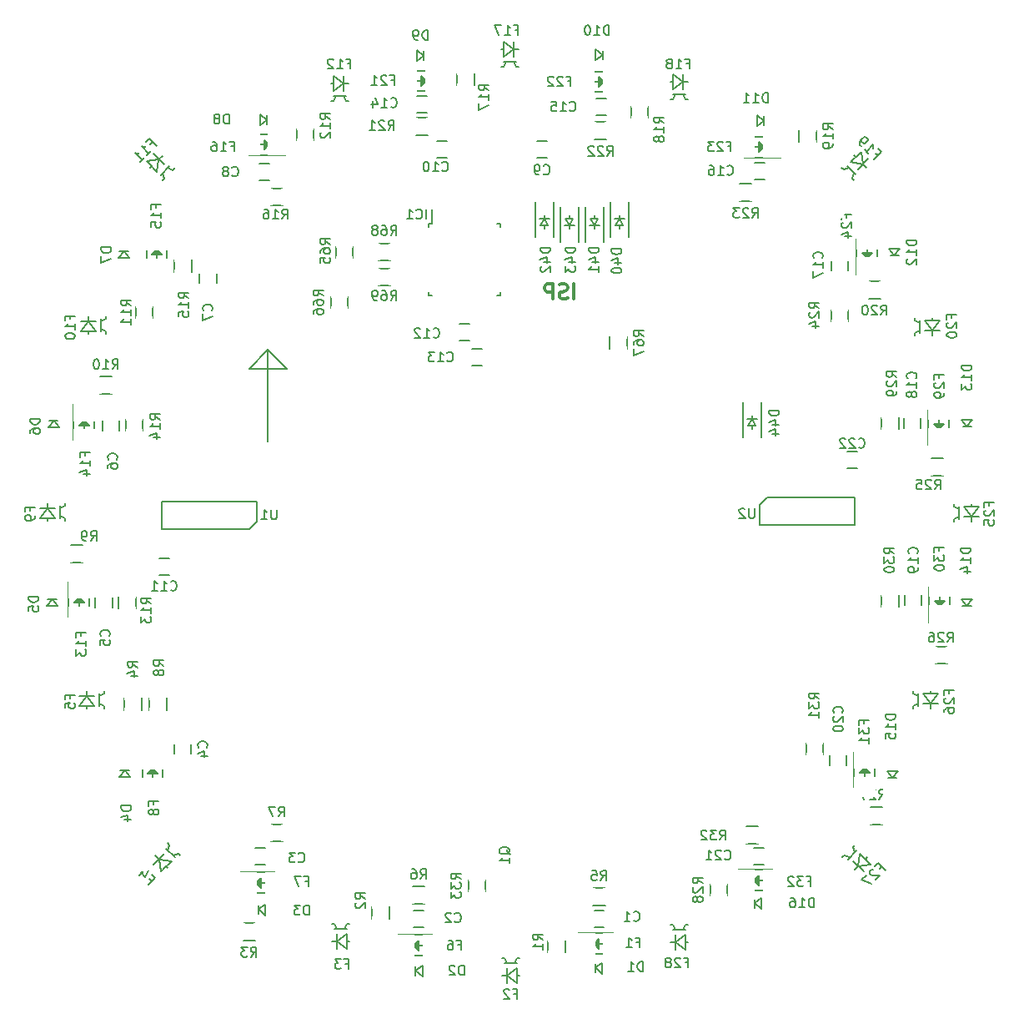
<source format=gbo>
G04 #@! TF.FileFunction,Legend,Bot*
%FSLAX46Y46*%
G04 Gerber Fmt 4.6, Leading zero omitted, Abs format (unit mm)*
G04 Created by KiCad (PCBNEW 4.0.6-e0-6349~53~ubuntu16.04.1) date Thu Mar  2 14:53:25 2017*
%MOMM*%
%LPD*%
G01*
G04 APERTURE LIST*
%ADD10C,0.100000*%
%ADD11C,0.200000*%
%ADD12C,0.300000*%
%ADD13C,0.150000*%
%ADD14C,5.400000*%
%ADD15R,1.000000X1.700000*%
%ADD16R,1.997660X2.200860*%
%ADD17R,1.700000X1.900000*%
%ADD18R,1.900000X1.650000*%
%ADD19R,2.127200X2.127200*%
%ADD20O,2.127200X2.127200*%
%ADD21R,1.620000X1.310000*%
%ADD22R,1.900000X1.700000*%
%ADD23R,0.950000X2.000000*%
%ADD24R,2.000000X0.950000*%
%ADD25R,1.650000X1.900000*%
%ADD26R,1.900000X1.900000*%
%ADD27C,2.099260*%
%ADD28R,2.099260X2.099260*%
%ADD29R,1.500000X1.400000*%
%ADD30R,1.400000X1.500000*%
%ADD31R,2.200860X1.997660*%
%ADD32C,1.924000*%
%ADD33O,1.906220X3.414980*%
%ADD34R,2.000000X2.000000*%
%ADD35C,2.000000*%
%ADD36R,1.600000X1.200000*%
G04 APERTURE END LIST*
D10*
D11*
X130556000Y-78359000D02*
X132461000Y-76454000D01*
X131445000Y-78359000D02*
X130556000Y-78359000D01*
X134366000Y-78359000D02*
X131445000Y-78359000D01*
X132461000Y-76454000D02*
X134366000Y-78359000D01*
X132461000Y-85725000D02*
X132461000Y-76454000D01*
D12*
X163516285Y-71290571D02*
X163516285Y-69790571D01*
X162873428Y-71219143D02*
X162659142Y-71290571D01*
X162301999Y-71290571D01*
X162159142Y-71219143D01*
X162087713Y-71147714D01*
X162016285Y-71004857D01*
X162016285Y-70862000D01*
X162087713Y-70719143D01*
X162159142Y-70647714D01*
X162301999Y-70576286D01*
X162587713Y-70504857D01*
X162730571Y-70433429D01*
X162801999Y-70362000D01*
X162873428Y-70219143D01*
X162873428Y-70076286D01*
X162801999Y-69933429D01*
X162730571Y-69862000D01*
X162587713Y-69790571D01*
X162230571Y-69790571D01*
X162016285Y-69862000D01*
X161373428Y-71290571D02*
X161373428Y-69790571D01*
X160802000Y-69790571D01*
X160659142Y-69862000D01*
X160587714Y-69933429D01*
X160516285Y-70076286D01*
X160516285Y-70290571D01*
X160587714Y-70433429D01*
X160659142Y-70504857D01*
X160802000Y-70576286D01*
X161373428Y-70576286D01*
D13*
X192024000Y-94234000D02*
X182372000Y-94234000D01*
X192024000Y-91440000D02*
X192024000Y-94234000D01*
X183134000Y-91440000D02*
X192024000Y-91440000D01*
X182372000Y-92202000D02*
X183134000Y-91440000D01*
X182372000Y-94234000D02*
X182372000Y-92202000D01*
X168161860Y-50326000D02*
X164561860Y-50326000D01*
X168161860Y-48226000D02*
X164561860Y-48226000D01*
X166111860Y-48976000D02*
X166111860Y-49576000D01*
X166111860Y-49576000D02*
X166411860Y-49276000D01*
X166411860Y-49276000D02*
X166211860Y-49076000D01*
X166211860Y-49076000D02*
X166211860Y-49326000D01*
X166211860Y-49326000D02*
X166261860Y-49276000D01*
X166511860Y-48776000D02*
X166511860Y-49776000D01*
X166011860Y-49276000D02*
X165511860Y-49276000D01*
X166511860Y-49276000D02*
X166011860Y-48776000D01*
X166011860Y-48776000D02*
X166011860Y-49776000D01*
X166011860Y-49776000D02*
X166511860Y-49276000D01*
X186375000Y-54150000D02*
X186375000Y-55350000D01*
X188125000Y-55350000D02*
X188125000Y-54150000D01*
X192148026Y-56898026D02*
X191968420Y-56718420D01*
X192866446Y-57616446D02*
X193225656Y-57975656D01*
X191788815Y-59053287D02*
X191968420Y-59232892D01*
X190890790Y-58155261D02*
X190711185Y-57975656D01*
X191429605Y-57975656D02*
X190890790Y-58155261D01*
X191968420Y-58514472D02*
X191788815Y-59053287D01*
X191250000Y-57796051D02*
X192148026Y-58694077D01*
X192327631Y-58155261D02*
X193405261Y-57077631D01*
X192866446Y-57616446D02*
X191609210Y-57436841D01*
X192686841Y-56359210D02*
X192866446Y-57616446D01*
X192507236Y-56538815D02*
X192686841Y-56359210D01*
X191609210Y-57436841D02*
X192507236Y-56538815D01*
X151900000Y-73826000D02*
X152900000Y-73826000D01*
X152900000Y-75526000D02*
X151900000Y-75526000D01*
X163068000Y-63182500D02*
X163068000Y-62801500D01*
X163068000Y-64198500D02*
X163068000Y-63817500D01*
X163068000Y-63817500D02*
X163449000Y-63182500D01*
X163449000Y-63182500D02*
X162687000Y-63182500D01*
X162687000Y-63182500D02*
X163068000Y-63817500D01*
X163576000Y-63817500D02*
X162560000Y-63817500D01*
X162168000Y-65500000D02*
X162168000Y-61960000D01*
X163968000Y-65500000D02*
X163968000Y-61960000D01*
X193650000Y-124625000D02*
X194850000Y-124625000D01*
X194850000Y-122875000D02*
X193650000Y-122875000D01*
X148775000Y-63685000D02*
X149100000Y-63685000D01*
X148775000Y-70935000D02*
X149100000Y-70935000D01*
X156025000Y-70935000D02*
X155700000Y-70935000D01*
X156025000Y-63685000D02*
X155700000Y-63685000D01*
X148775000Y-63685000D02*
X148775000Y-64010000D01*
X156025000Y-63685000D02*
X156025000Y-64010000D01*
X156025000Y-70935000D02*
X156025000Y-70610000D01*
X148775000Y-70935000D02*
X148775000Y-70610000D01*
X149100000Y-63685000D02*
X149100000Y-62260000D01*
X143672000Y-67423000D02*
X144872000Y-67423000D01*
X144872000Y-65673000D02*
X143672000Y-65673000D01*
X143672000Y-69963000D02*
X144872000Y-69963000D01*
X144872000Y-68213000D02*
X143672000Y-68213000D01*
X154190000Y-78066000D02*
X153190000Y-78066000D01*
X153190000Y-76366000D02*
X154190000Y-76366000D01*
X145601800Y-135843300D02*
X149201800Y-135843300D01*
X145601800Y-137943300D02*
X149201800Y-137943300D01*
X147651800Y-137193300D02*
X147651800Y-136593300D01*
X147651800Y-136593300D02*
X147351800Y-136893300D01*
X147351800Y-136893300D02*
X147551800Y-137093300D01*
X147551800Y-137093300D02*
X147551800Y-136843300D01*
X147551800Y-136843300D02*
X147501800Y-136893300D01*
X147251800Y-137393300D02*
X147251800Y-136393300D01*
X147751800Y-136893300D02*
X148251800Y-136893300D01*
X147251800Y-136893300D02*
X147751800Y-137393300D01*
X147751800Y-137393300D02*
X147751800Y-136393300D01*
X147751800Y-136393300D02*
X147251800Y-136893300D01*
X121666000Y-91821000D02*
X131318000Y-91821000D01*
X121666000Y-94615000D02*
X121666000Y-91821000D01*
X130556000Y-94615000D02*
X121666000Y-94615000D01*
X131318000Y-93853000D02*
X130556000Y-94615000D01*
X131318000Y-91821000D02*
X131318000Y-93853000D01*
X166575360Y-135073760D02*
X165575360Y-135073760D01*
X165575360Y-133373760D02*
X166575360Y-133373760D01*
X148251800Y-135038200D02*
X147251800Y-135038200D01*
X147251800Y-133338200D02*
X148251800Y-133338200D01*
X132153280Y-128703440D02*
X131153280Y-128703440D01*
X131153280Y-127003440D02*
X132153280Y-127003440D01*
X124620000Y-116470000D02*
X124620000Y-117470000D01*
X122920000Y-117470000D02*
X122920000Y-116470000D01*
X114935900Y-102569900D02*
X114935900Y-101569900D01*
X116635900Y-101569900D02*
X116635900Y-102569900D01*
X115621700Y-84624800D02*
X115621700Y-83624800D01*
X117321700Y-83624800D02*
X117321700Y-84624800D01*
X125515000Y-69715000D02*
X125515000Y-68715000D01*
X127215000Y-68715000D02*
X127215000Y-69715000D01*
X131580000Y-57570000D02*
X132580000Y-57570000D01*
X132580000Y-59270000D02*
X131580000Y-59270000D01*
X160774000Y-56984000D02*
X159774000Y-56984000D01*
X159774000Y-55284000D02*
X160774000Y-55284000D01*
X149614000Y-55284000D02*
X150614000Y-55284000D01*
X150614000Y-56984000D02*
X149614000Y-56984000D01*
X121420000Y-97575000D02*
X122420000Y-97575000D01*
X122420000Y-99275000D02*
X121420000Y-99275000D01*
X147556600Y-50699300D02*
X148556600Y-50699300D01*
X148556600Y-52399300D02*
X147556600Y-52399300D01*
X165770940Y-50978700D02*
X166770940Y-50978700D01*
X166770940Y-52678700D02*
X165770940Y-52678700D01*
X181884700Y-57481100D02*
X182884700Y-57481100D01*
X182884700Y-59181100D02*
X181884700Y-59181100D01*
X191350000Y-67445000D02*
X191350000Y-68445000D01*
X189650000Y-68445000D02*
X189650000Y-67445000D01*
X198746480Y-83421600D02*
X198746480Y-84421600D01*
X197046480Y-84421600D02*
X197046480Y-83421600D01*
X198827760Y-101364160D02*
X198827760Y-102364160D01*
X197127760Y-102364160D02*
X197127760Y-101364160D01*
X189490000Y-118620000D02*
X189490000Y-117620000D01*
X191190000Y-117620000D02*
X191190000Y-118620000D01*
X182790720Y-128703440D02*
X181790720Y-128703440D01*
X181790720Y-127003440D02*
X182790720Y-127003440D01*
X165703300Y-139641200D02*
X165703300Y-138741200D01*
X165703300Y-139141200D02*
X166403300Y-139741200D01*
X166403300Y-139741200D02*
X166403300Y-138641200D01*
X166403300Y-138641200D02*
X165703300Y-139141200D01*
X147428000Y-139946000D02*
X147428000Y-139046000D01*
X147428000Y-139446000D02*
X148128000Y-140046000D01*
X148128000Y-140046000D02*
X148128000Y-138946000D01*
X148128000Y-138946000D02*
X147428000Y-139446000D01*
X131476800Y-133717920D02*
X131476800Y-132817920D01*
X131476800Y-133217920D02*
X132176800Y-133817920D01*
X132176800Y-133817920D02*
X132176800Y-132717920D01*
X132176800Y-132717920D02*
X131476800Y-133217920D01*
X117477920Y-119081600D02*
X118377920Y-119081600D01*
X117977920Y-119081600D02*
X117377920Y-119781600D01*
X117377920Y-119781600D02*
X118477920Y-119781600D01*
X118477920Y-119781600D02*
X117977920Y-119081600D01*
X110104300Y-101746100D02*
X111004300Y-101746100D01*
X110604300Y-101746100D02*
X110004300Y-102446100D01*
X110004300Y-102446100D02*
X111104300Y-102446100D01*
X111104300Y-102446100D02*
X110604300Y-101746100D01*
X110218600Y-83610500D02*
X111118600Y-83610500D01*
X110718600Y-83610500D02*
X110118600Y-84310500D01*
X110118600Y-84310500D02*
X111218600Y-84310500D01*
X111218600Y-84310500D02*
X110718600Y-83610500D01*
X117381400Y-66465500D02*
X118281400Y-66465500D01*
X117881400Y-66465500D02*
X117281400Y-67165500D01*
X117281400Y-67165500D02*
X118381400Y-67165500D01*
X118381400Y-67165500D02*
X117881400Y-66465500D01*
X132332680Y-52697760D02*
X132332680Y-53597760D01*
X132332680Y-53197760D02*
X131632680Y-52597760D01*
X131632680Y-52597760D02*
X131632680Y-53697760D01*
X131632680Y-53697760D02*
X132332680Y-53197760D01*
X148266100Y-46134400D02*
X148266100Y-47034400D01*
X148266100Y-46634400D02*
X147566100Y-46034400D01*
X147566100Y-46034400D02*
X147566100Y-47134400D01*
X147566100Y-47134400D02*
X148266100Y-46634400D01*
X166419480Y-46103920D02*
X166419480Y-47003920D01*
X166419480Y-46603920D02*
X165719480Y-46003920D01*
X165719480Y-46003920D02*
X165719480Y-47103920D01*
X165719480Y-47103920D02*
X166419480Y-46603920D01*
X182784700Y-52763800D02*
X182784700Y-53663800D01*
X182784700Y-53263800D02*
X182084700Y-52663800D01*
X182084700Y-52663800D02*
X182084700Y-53763800D01*
X182084700Y-53763800D02*
X182784700Y-53263800D01*
X196527040Y-66887040D02*
X195627040Y-66887040D01*
X196027040Y-66887040D02*
X196627040Y-66187040D01*
X196627040Y-66187040D02*
X195527040Y-66187040D01*
X195527040Y-66187040D02*
X196027040Y-66887040D01*
X203903200Y-84220000D02*
X203003200Y-84220000D01*
X203403200Y-84220000D02*
X204003200Y-83520000D01*
X204003200Y-83520000D02*
X202903200Y-83520000D01*
X202903200Y-83520000D02*
X203403200Y-84220000D01*
X203862560Y-102447040D02*
X202962560Y-102447040D01*
X203362560Y-102447040D02*
X203962560Y-101747040D01*
X203962560Y-101747040D02*
X202862560Y-101747040D01*
X202862560Y-101747040D02*
X203362560Y-102447040D01*
X196295900Y-119881600D02*
X195395900Y-119881600D01*
X195795900Y-119881600D02*
X196395900Y-119181600D01*
X196395900Y-119181600D02*
X195295900Y-119181600D01*
X195295900Y-119181600D02*
X195795900Y-119881600D01*
X181885640Y-133103240D02*
X181885640Y-132203240D01*
X181885640Y-132603240D02*
X182585640Y-133203240D01*
X182585640Y-133203240D02*
X182585640Y-132103240D01*
X182585640Y-132103240D02*
X181885640Y-132603240D01*
X168148000Y-63817500D02*
X168148000Y-64198500D01*
X168148000Y-62801500D02*
X168148000Y-63182500D01*
X168148000Y-63182500D02*
X167767000Y-63817500D01*
X167767000Y-63817500D02*
X168529000Y-63817500D01*
X168529000Y-63817500D02*
X168148000Y-63182500D01*
X167640000Y-63182500D02*
X168656000Y-63182500D01*
X169048000Y-61500000D02*
X169048000Y-65040000D01*
X167248000Y-61500000D02*
X167248000Y-65040000D01*
X165608000Y-63182500D02*
X165608000Y-62801500D01*
X165608000Y-64198500D02*
X165608000Y-63817500D01*
X165608000Y-63817500D02*
X165989000Y-63182500D01*
X165989000Y-63182500D02*
X165227000Y-63182500D01*
X165227000Y-63182500D02*
X165608000Y-63817500D01*
X166116000Y-63817500D02*
X165100000Y-63817500D01*
X164708000Y-65500000D02*
X164708000Y-61960000D01*
X166508000Y-65500000D02*
X166508000Y-61960000D01*
X160528000Y-63817500D02*
X160528000Y-64198500D01*
X160528000Y-62801500D02*
X160528000Y-63182500D01*
X160528000Y-63182500D02*
X160147000Y-63817500D01*
X160147000Y-63817500D02*
X160909000Y-63817500D01*
X160909000Y-63817500D02*
X160528000Y-63182500D01*
X160020000Y-63182500D02*
X161036000Y-63182500D01*
X161428000Y-61500000D02*
X161428000Y-65040000D01*
X159628000Y-61500000D02*
X159628000Y-65040000D01*
X181610000Y-84137500D02*
X181610000Y-84518500D01*
X181610000Y-83121500D02*
X181610000Y-83502500D01*
X181610000Y-83502500D02*
X181229000Y-84137500D01*
X181229000Y-84137500D02*
X181991000Y-84137500D01*
X181991000Y-84137500D02*
X181610000Y-83502500D01*
X181102000Y-83502500D02*
X182118000Y-83502500D01*
X182510000Y-81820000D02*
X182510000Y-85360000D01*
X180710000Y-81820000D02*
X180710000Y-85360000D01*
X163925360Y-135660420D02*
X167525360Y-135660420D01*
X163925360Y-137760420D02*
X167525360Y-137760420D01*
X165975360Y-137010420D02*
X165975360Y-136410420D01*
X165975360Y-136410420D02*
X165675360Y-136710420D01*
X165675360Y-136710420D02*
X165875360Y-136910420D01*
X165875360Y-136910420D02*
X165875360Y-136660420D01*
X165875360Y-136660420D02*
X165825360Y-136710420D01*
X165575360Y-137210420D02*
X165575360Y-136210420D01*
X166075360Y-136710420D02*
X166575360Y-136710420D01*
X165575360Y-136710420D02*
X166075360Y-137210420D01*
X166075360Y-137210420D02*
X166075360Y-136210420D01*
X166075360Y-136210420D02*
X165575360Y-136710420D01*
X157708600Y-139923520D02*
X157962600Y-139923520D01*
X156692600Y-139923520D02*
X156184600Y-139923520D01*
X156438600Y-138145520D02*
X156184600Y-138145520D01*
X157708600Y-138145520D02*
X157962600Y-138145520D01*
X157454600Y-138653520D02*
X157708600Y-138145520D01*
X156692600Y-138653520D02*
X156438600Y-138145520D01*
X157708600Y-138653520D02*
X156438600Y-138653520D01*
X156692600Y-139161520D02*
X156692600Y-140685520D01*
X156692600Y-139923520D02*
X157708600Y-139161520D01*
X157708600Y-140685520D02*
X156692600Y-139923520D01*
X157708600Y-140431520D02*
X157708600Y-140685520D01*
X157708600Y-139161520D02*
X157708600Y-140431520D01*
X140423900Y-136512300D02*
X140677900Y-136512300D01*
X139407900Y-136512300D02*
X138899900Y-136512300D01*
X139153900Y-134734300D02*
X138899900Y-134734300D01*
X140423900Y-134734300D02*
X140677900Y-134734300D01*
X140169900Y-135242300D02*
X140423900Y-134734300D01*
X139407900Y-135242300D02*
X139153900Y-134734300D01*
X140423900Y-135242300D02*
X139153900Y-135242300D01*
X139407900Y-135750300D02*
X139407900Y-137274300D01*
X139407900Y-136512300D02*
X140423900Y-135750300D01*
X140423900Y-137274300D02*
X139407900Y-136512300D01*
X140423900Y-137020300D02*
X140423900Y-137274300D01*
X140423900Y-135750300D02*
X140423900Y-137020300D01*
X122109690Y-128859690D02*
X122289296Y-129039296D01*
X121391270Y-128141270D02*
X121032060Y-127782060D01*
X122468901Y-126704429D02*
X122289296Y-126524824D01*
X123366926Y-127602455D02*
X123546531Y-127782060D01*
X122828111Y-127782060D02*
X123366926Y-127602455D01*
X122289296Y-127243244D02*
X122468901Y-126704429D01*
X123007716Y-127961665D02*
X122109690Y-127063639D01*
X121930085Y-127602455D02*
X120852455Y-128680085D01*
X121391270Y-128141270D02*
X122648506Y-128320875D01*
X121570875Y-129398506D02*
X121391270Y-128141270D01*
X121750480Y-129218901D02*
X121570875Y-129398506D01*
X122648506Y-128320875D02*
X121750480Y-129218901D01*
X114051080Y-112613440D02*
X114051080Y-112867440D01*
X114051080Y-111597440D02*
X114051080Y-111089440D01*
X115829080Y-111343440D02*
X115829080Y-111089440D01*
X115829080Y-112613440D02*
X115829080Y-112867440D01*
X115321080Y-112359440D02*
X115829080Y-112613440D01*
X115321080Y-111597440D02*
X115829080Y-111343440D01*
X115321080Y-112613440D02*
X115321080Y-111343440D01*
X114813080Y-111597440D02*
X113289080Y-111597440D01*
X114051080Y-111597440D02*
X114813080Y-112613440D01*
X113289080Y-112613440D02*
X114051080Y-111597440D01*
X113543080Y-112613440D02*
X113289080Y-112613440D01*
X114813080Y-112613440D02*
X113543080Y-112613440D01*
X129615040Y-129485680D02*
X133215040Y-129485680D01*
X129615040Y-131585680D02*
X133215040Y-131585680D01*
X131665040Y-130835680D02*
X131665040Y-130235680D01*
X131665040Y-130235680D02*
X131365040Y-130535680D01*
X131365040Y-130535680D02*
X131565040Y-130735680D01*
X131565040Y-130735680D02*
X131565040Y-130485680D01*
X131565040Y-130485680D02*
X131515040Y-130535680D01*
X131265040Y-131035680D02*
X131265040Y-130035680D01*
X131765040Y-130535680D02*
X132265040Y-130535680D01*
X131265040Y-130535680D02*
X131765040Y-131035680D01*
X131765040Y-131035680D02*
X131765040Y-130035680D01*
X131765040Y-130035680D02*
X131265040Y-130535680D01*
X121791440Y-117290960D02*
X121791440Y-120890960D01*
X119691440Y-117290960D02*
X119691440Y-120890960D01*
X120441440Y-119340960D02*
X121041440Y-119340960D01*
X121041440Y-119340960D02*
X120741440Y-119040960D01*
X120741440Y-119040960D02*
X120541440Y-119240960D01*
X120541440Y-119240960D02*
X120791440Y-119240960D01*
X120791440Y-119240960D02*
X120741440Y-119190960D01*
X120241440Y-118940960D02*
X121241440Y-118940960D01*
X120741440Y-119440960D02*
X120741440Y-119940960D01*
X120741440Y-118940960D02*
X120241440Y-119440960D01*
X120241440Y-119440960D02*
X121241440Y-119440960D01*
X121241440Y-119440960D02*
X120741440Y-118940960D01*
X110111540Y-93586300D02*
X110111540Y-93840300D01*
X110111540Y-92570300D02*
X110111540Y-92062300D01*
X111889540Y-92316300D02*
X111889540Y-92062300D01*
X111889540Y-93586300D02*
X111889540Y-93840300D01*
X111381540Y-93332300D02*
X111889540Y-93586300D01*
X111381540Y-92570300D02*
X111889540Y-92316300D01*
X111381540Y-93586300D02*
X111381540Y-92316300D01*
X110873540Y-92570300D02*
X109349540Y-92570300D01*
X110111540Y-92570300D02*
X110873540Y-93586300D01*
X109349540Y-93586300D02*
X110111540Y-92570300D01*
X109603540Y-93586300D02*
X109349540Y-93586300D01*
X110873540Y-93586300D02*
X109603540Y-93586300D01*
X114190780Y-74615040D02*
X114190780Y-74869040D01*
X114190780Y-73599040D02*
X114190780Y-73091040D01*
X115968780Y-73345040D02*
X115968780Y-73091040D01*
X115968780Y-74615040D02*
X115968780Y-74869040D01*
X115460780Y-74361040D02*
X115968780Y-74615040D01*
X115460780Y-73599040D02*
X115968780Y-73345040D01*
X115460780Y-74615040D02*
X115460780Y-73345040D01*
X114952780Y-73599040D02*
X113428780Y-73599040D01*
X114190780Y-73599040D02*
X114952780Y-74615040D01*
X113428780Y-74615040D02*
X114190780Y-73599040D01*
X113682780Y-74615040D02*
X113428780Y-74615040D01*
X114952780Y-74615040D02*
X113682780Y-74615040D01*
X120648026Y-57851974D02*
X120468420Y-58031580D01*
X121366446Y-57133554D02*
X121725656Y-56774344D01*
X122803287Y-58211185D02*
X122982892Y-58031580D01*
X121905261Y-59109210D02*
X121725656Y-59288815D01*
X121725656Y-58570395D02*
X121905261Y-59109210D01*
X122264472Y-58031580D02*
X122803287Y-58211185D01*
X121546051Y-58750000D02*
X122444077Y-57851974D01*
X121905261Y-57672369D02*
X120827631Y-56594739D01*
X121366446Y-57133554D02*
X121186841Y-58390790D01*
X120109210Y-57313159D02*
X121366446Y-57133554D01*
X120288815Y-57492764D02*
X120109210Y-57313159D01*
X121186841Y-58390790D02*
X120288815Y-57492764D01*
X139125960Y-49453800D02*
X138871960Y-49453800D01*
X140141960Y-49453800D02*
X140649960Y-49453800D01*
X140395960Y-51231800D02*
X140649960Y-51231800D01*
X139125960Y-51231800D02*
X138871960Y-51231800D01*
X139379960Y-50723800D02*
X139125960Y-51231800D01*
X140141960Y-50723800D02*
X140395960Y-51231800D01*
X139125960Y-50723800D02*
X140395960Y-50723800D01*
X140141960Y-50215800D02*
X140141960Y-48691800D01*
X140141960Y-49453800D02*
X139125960Y-50215800D01*
X139125960Y-48691800D02*
X140141960Y-49453800D01*
X139125960Y-48945800D02*
X139125960Y-48691800D01*
X139125960Y-50215800D02*
X139125960Y-48945800D01*
X114321300Y-99958000D02*
X114321300Y-103558000D01*
X112221300Y-99958000D02*
X112221300Y-103558000D01*
X112971300Y-102008000D02*
X113571300Y-102008000D01*
X113571300Y-102008000D02*
X113271300Y-101708000D01*
X113271300Y-101708000D02*
X113071300Y-101908000D01*
X113071300Y-101908000D02*
X113321300Y-101908000D01*
X113321300Y-101908000D02*
X113271300Y-101858000D01*
X112771300Y-101608000D02*
X113771300Y-101608000D01*
X113271300Y-102108000D02*
X113271300Y-102608000D01*
X113271300Y-101608000D02*
X112771300Y-102108000D01*
X112771300Y-102108000D02*
X113771300Y-102108000D01*
X113771300Y-102108000D02*
X113271300Y-101608000D01*
X114816600Y-81974800D02*
X114816600Y-85574800D01*
X112716600Y-81974800D02*
X112716600Y-85574800D01*
X113466600Y-84024800D02*
X114066600Y-84024800D01*
X114066600Y-84024800D02*
X113766600Y-83724800D01*
X113766600Y-83724800D02*
X113566600Y-83924800D01*
X113566600Y-83924800D02*
X113816600Y-83924800D01*
X113816600Y-83924800D02*
X113766600Y-83874800D01*
X113266600Y-83624800D02*
X114266600Y-83624800D01*
X113766600Y-84124800D02*
X113766600Y-84624800D01*
X113766600Y-83624800D02*
X113266600Y-84124800D01*
X113266600Y-84124800D02*
X114266600Y-84124800D01*
X114266600Y-84124800D02*
X113766600Y-83624800D01*
X122208000Y-64652000D02*
X122208000Y-68252000D01*
X120108000Y-64652000D02*
X120108000Y-68252000D01*
X120858000Y-66702000D02*
X121458000Y-66702000D01*
X121458000Y-66702000D02*
X121158000Y-66402000D01*
X121158000Y-66402000D02*
X120958000Y-66602000D01*
X120958000Y-66602000D02*
X121208000Y-66602000D01*
X121208000Y-66602000D02*
X121158000Y-66552000D01*
X120658000Y-66302000D02*
X121658000Y-66302000D01*
X121158000Y-66802000D02*
X121158000Y-67302000D01*
X121158000Y-66302000D02*
X120658000Y-66802000D01*
X120658000Y-66802000D02*
X121658000Y-66802000D01*
X121658000Y-66802000D02*
X121158000Y-66302000D01*
X134194440Y-56706480D02*
X130594440Y-56706480D01*
X134194440Y-54606480D02*
X130594440Y-54606480D01*
X132144440Y-55356480D02*
X132144440Y-55956480D01*
X132144440Y-55956480D02*
X132444440Y-55656480D01*
X132444440Y-55656480D02*
X132244440Y-55456480D01*
X132244440Y-55456480D02*
X132244440Y-55706480D01*
X132244440Y-55706480D02*
X132294440Y-55656480D01*
X132544440Y-55156480D02*
X132544440Y-56156480D01*
X132044440Y-55656480D02*
X131544440Y-55656480D01*
X132544440Y-55656480D02*
X132044440Y-55156480D01*
X132044440Y-55156480D02*
X132044440Y-56156480D01*
X132044440Y-56156480D02*
X132544440Y-55656480D01*
X156413200Y-45986700D02*
X156159200Y-45986700D01*
X157429200Y-45986700D02*
X157937200Y-45986700D01*
X157683200Y-47764700D02*
X157937200Y-47764700D01*
X156413200Y-47764700D02*
X156159200Y-47764700D01*
X156667200Y-47256700D02*
X156413200Y-47764700D01*
X157429200Y-47256700D02*
X157683200Y-47764700D01*
X156413200Y-47256700D02*
X157683200Y-47256700D01*
X157429200Y-46748700D02*
X157429200Y-45224700D01*
X157429200Y-45986700D02*
X156413200Y-46748700D01*
X156413200Y-45224700D02*
X157429200Y-45986700D01*
X156413200Y-45478700D02*
X156413200Y-45224700D01*
X156413200Y-46748700D02*
X156413200Y-45478700D01*
X173603920Y-49286160D02*
X173349920Y-49286160D01*
X174619920Y-49286160D02*
X175127920Y-49286160D01*
X174873920Y-51064160D02*
X175127920Y-51064160D01*
X173603920Y-51064160D02*
X173349920Y-51064160D01*
X173857920Y-50556160D02*
X173603920Y-51064160D01*
X174619920Y-50556160D02*
X174873920Y-51064160D01*
X173603920Y-50556160D02*
X174873920Y-50556160D01*
X174619920Y-50048160D02*
X174619920Y-48524160D01*
X174619920Y-49286160D02*
X173603920Y-50048160D01*
X173603920Y-48524160D02*
X174619920Y-49286160D01*
X173603920Y-48778160D02*
X173603920Y-48524160D01*
X173603920Y-50048160D02*
X173603920Y-48778160D01*
X199872600Y-73469500D02*
X199872600Y-73215500D01*
X199872600Y-74485500D02*
X199872600Y-74993500D01*
X198094600Y-74739500D02*
X198094600Y-74993500D01*
X198094600Y-73469500D02*
X198094600Y-73215500D01*
X198602600Y-73723500D02*
X198094600Y-73469500D01*
X198602600Y-74485500D02*
X198094600Y-74739500D01*
X198602600Y-73469500D02*
X198602600Y-74739500D01*
X199110600Y-74485500D02*
X200634600Y-74485500D01*
X199872600Y-74485500D02*
X199110600Y-73469500D01*
X200634600Y-73469500D02*
X199872600Y-74485500D01*
X200380600Y-73469500D02*
X200634600Y-73469500D01*
X199110600Y-73469500D02*
X200380600Y-73469500D01*
X150168500Y-50237100D02*
X146568500Y-50237100D01*
X150168500Y-48137100D02*
X146568500Y-48137100D01*
X148118500Y-48887100D02*
X148118500Y-49487100D01*
X148118500Y-49487100D02*
X148418500Y-49187100D01*
X148418500Y-49187100D02*
X148218500Y-48987100D01*
X148218500Y-48987100D02*
X148218500Y-49237100D01*
X148218500Y-49237100D02*
X148268500Y-49187100D01*
X148518500Y-48687100D02*
X148518500Y-49687100D01*
X148018500Y-49187100D02*
X147518500Y-49187100D01*
X148518500Y-49187100D02*
X148018500Y-48687100D01*
X148018500Y-48687100D02*
X148018500Y-49687100D01*
X148018500Y-49687100D02*
X148518500Y-49187100D01*
X184458500Y-56942700D02*
X180858500Y-56942700D01*
X184458500Y-54842700D02*
X180858500Y-54842700D01*
X182408500Y-55592700D02*
X182408500Y-56192700D01*
X182408500Y-56192700D02*
X182708500Y-55892700D01*
X182708500Y-55892700D02*
X182508500Y-55692700D01*
X182508500Y-55692700D02*
X182508500Y-55942700D01*
X182508500Y-55942700D02*
X182558500Y-55892700D01*
X182808500Y-55392700D02*
X182808500Y-56392700D01*
X182308500Y-55892700D02*
X181808500Y-55892700D01*
X182808500Y-55892700D02*
X182308500Y-55392700D01*
X182308500Y-55392700D02*
X182308500Y-56392700D01*
X182308500Y-56392700D02*
X182808500Y-55892700D01*
X192213520Y-68819920D02*
X192213520Y-65219920D01*
X194313520Y-68819920D02*
X194313520Y-65219920D01*
X193563520Y-66769920D02*
X192963520Y-66769920D01*
X192963520Y-66769920D02*
X193263520Y-67069920D01*
X193263520Y-67069920D02*
X193463520Y-66869920D01*
X193463520Y-66869920D02*
X193213520Y-66869920D01*
X193213520Y-66869920D02*
X193263520Y-66919920D01*
X193763520Y-67169920D02*
X192763520Y-67169920D01*
X193263520Y-66669920D02*
X193263520Y-66169920D01*
X193263520Y-67169920D02*
X193763520Y-66669920D01*
X193763520Y-66669920D02*
X192763520Y-66669920D01*
X192763520Y-66669920D02*
X193263520Y-67169920D01*
X203911200Y-92329000D02*
X203911200Y-92075000D01*
X203911200Y-93345000D02*
X203911200Y-93853000D01*
X202133200Y-93599000D02*
X202133200Y-93853000D01*
X202133200Y-92329000D02*
X202133200Y-92075000D01*
X202641200Y-92583000D02*
X202133200Y-92329000D01*
X202641200Y-93345000D02*
X202133200Y-93599000D01*
X202641200Y-92329000D02*
X202641200Y-93599000D01*
X203149200Y-93345000D02*
X204673200Y-93345000D01*
X203911200Y-93345000D02*
X203149200Y-92329000D01*
X204673200Y-92329000D02*
X203911200Y-93345000D01*
X204419200Y-92329000D02*
X204673200Y-92329000D01*
X203149200Y-92329000D02*
X204419200Y-92329000D01*
X199758300Y-111302800D02*
X199758300Y-111048800D01*
X199758300Y-112318800D02*
X199758300Y-112826800D01*
X197980300Y-112572800D02*
X197980300Y-112826800D01*
X197980300Y-111302800D02*
X197980300Y-111048800D01*
X198488300Y-111556800D02*
X197980300Y-111302800D01*
X198488300Y-112318800D02*
X197980300Y-112572800D01*
X198488300Y-111302800D02*
X198488300Y-112572800D01*
X198996300Y-112318800D02*
X200520300Y-112318800D01*
X199758300Y-112318800D02*
X198996300Y-111302800D01*
X200520300Y-111302800D02*
X199758300Y-112318800D01*
X200266300Y-111302800D02*
X200520300Y-111302800D01*
X198996300Y-111302800D02*
X200266300Y-111302800D01*
X193109690Y-128140310D02*
X193289296Y-127960704D01*
X192391270Y-128858730D02*
X192032060Y-129217940D01*
X190954429Y-127781099D02*
X190774824Y-127960704D01*
X191852455Y-126883074D02*
X192032060Y-126703469D01*
X192032060Y-127421889D02*
X191852455Y-126883074D01*
X191493244Y-127960704D02*
X190954429Y-127781099D01*
X192211665Y-127242284D02*
X191313639Y-128140310D01*
X191852455Y-128319915D02*
X192930085Y-129397545D01*
X192391270Y-128858730D02*
X192570875Y-127601494D01*
X193648506Y-128679125D02*
X192391270Y-128858730D01*
X193468901Y-128499520D02*
X193648506Y-128679125D01*
X192570875Y-127601494D02*
X193468901Y-128499520D01*
X174866300Y-136550400D02*
X175120300Y-136550400D01*
X173850300Y-136550400D02*
X173342300Y-136550400D01*
X173596300Y-134772400D02*
X173342300Y-134772400D01*
X174866300Y-134772400D02*
X175120300Y-134772400D01*
X174612300Y-135280400D02*
X174866300Y-134772400D01*
X173850300Y-135280400D02*
X173596300Y-134772400D01*
X174866300Y-135280400D02*
X173596300Y-135280400D01*
X173850300Y-135788400D02*
X173850300Y-137312400D01*
X173850300Y-136550400D02*
X174866300Y-135788400D01*
X174866300Y-137312400D02*
X173850300Y-136550400D01*
X174866300Y-137058400D02*
X174866300Y-137312400D01*
X174866300Y-135788400D02*
X174866300Y-137058400D01*
X199508400Y-86122400D02*
X199508400Y-82522400D01*
X201608400Y-86122400D02*
X201608400Y-82522400D01*
X200858400Y-84072400D02*
X200258400Y-84072400D01*
X200258400Y-84072400D02*
X200558400Y-84372400D01*
X200558400Y-84372400D02*
X200758400Y-84172400D01*
X200758400Y-84172400D02*
X200508400Y-84172400D01*
X200508400Y-84172400D02*
X200558400Y-84222400D01*
X201058400Y-84472400D02*
X200058400Y-84472400D01*
X200558400Y-83972400D02*
X200558400Y-83472400D01*
X200558400Y-84472400D02*
X201058400Y-83972400D01*
X201058400Y-83972400D02*
X200058400Y-83972400D01*
X200058400Y-83972400D02*
X200558400Y-84472400D01*
X199589680Y-104095440D02*
X199589680Y-100495440D01*
X201689680Y-104095440D02*
X201689680Y-100495440D01*
X200939680Y-102045440D02*
X200339680Y-102045440D01*
X200339680Y-102045440D02*
X200639680Y-102345440D01*
X200639680Y-102345440D02*
X200839680Y-102145440D01*
X200839680Y-102145440D02*
X200589680Y-102145440D01*
X200589680Y-102145440D02*
X200639680Y-102195440D01*
X201139680Y-102445440D02*
X200139680Y-102445440D01*
X200639680Y-101945440D02*
X200639680Y-101445440D01*
X200639680Y-102445440D02*
X201139680Y-101945440D01*
X201139680Y-101945440D02*
X200139680Y-101945440D01*
X200139680Y-101945440D02*
X200639680Y-102445440D01*
X194064600Y-117217300D02*
X194064600Y-120817300D01*
X191964600Y-117217300D02*
X191964600Y-120817300D01*
X192714600Y-119267300D02*
X193314600Y-119267300D01*
X193314600Y-119267300D02*
X193014600Y-118967300D01*
X193014600Y-118967300D02*
X192814600Y-119167300D01*
X192814600Y-119167300D02*
X193064600Y-119167300D01*
X193064600Y-119167300D02*
X193014600Y-119117300D01*
X192514600Y-118867300D02*
X193514600Y-118867300D01*
X193014600Y-119367300D02*
X193014600Y-119867300D01*
X193014600Y-118867300D02*
X192514600Y-119367300D01*
X192514600Y-119367300D02*
X193514600Y-119367300D01*
X193514600Y-119367300D02*
X193014600Y-118867300D01*
X180150880Y-129236760D02*
X183750880Y-129236760D01*
X180150880Y-131336760D02*
X183750880Y-131336760D01*
X182200880Y-130586760D02*
X182200880Y-129986760D01*
X182200880Y-129986760D02*
X181900880Y-130286760D01*
X181900880Y-130286760D02*
X182100880Y-130486760D01*
X182100880Y-130486760D02*
X182100880Y-130236760D01*
X182100880Y-130236760D02*
X182050880Y-130286760D01*
X181800880Y-130786760D02*
X181800880Y-129786760D01*
X182300880Y-130286760D02*
X182800880Y-130286760D01*
X181800880Y-130286760D02*
X182300880Y-130786760D01*
X182300880Y-130786760D02*
X182300880Y-129786760D01*
X182300880Y-129786760D02*
X181800880Y-130286760D01*
X162619660Y-137617760D02*
X162619660Y-136417760D01*
X160869660Y-136417760D02*
X160869660Y-137617760D01*
X144766000Y-134153200D02*
X144766000Y-132953200D01*
X143016000Y-132953200D02*
X143016000Y-134153200D01*
X131130000Y-134625000D02*
X129930000Y-134625000D01*
X129930000Y-136375000D02*
X131130000Y-136375000D01*
X119620000Y-112995000D02*
X119620000Y-111795000D01*
X117870000Y-111795000D02*
X117870000Y-112995000D01*
X165475360Y-132807680D02*
X166675360Y-132807680D01*
X166675360Y-131057680D02*
X165475360Y-131057680D01*
X147151800Y-132662900D02*
X148351800Y-132662900D01*
X148351800Y-130912900D02*
X147151800Y-130912900D01*
X132760000Y-126335000D02*
X133960000Y-126335000D01*
X133960000Y-124585000D02*
X132760000Y-124585000D01*
X122160000Y-112995000D02*
X122160000Y-111795000D01*
X120410000Y-111795000D02*
X120410000Y-112995000D01*
X112430000Y-98030000D02*
X113630000Y-98030000D01*
X113630000Y-96280000D02*
X112430000Y-96280000D01*
X115401800Y-80935800D02*
X116601800Y-80935800D01*
X116601800Y-79185800D02*
X115401800Y-79185800D01*
X119013000Y-72044000D02*
X119013000Y-73244000D01*
X120763000Y-73244000D02*
X120763000Y-72044000D01*
X135360440Y-53994760D02*
X135360440Y-55194760D01*
X137110440Y-55194760D02*
X137110440Y-53994760D01*
X117283260Y-101520700D02*
X117283260Y-102720700D01*
X119033260Y-102720700D02*
X119033260Y-101520700D01*
X117997000Y-83448600D02*
X117997000Y-84648600D01*
X119747000Y-84648600D02*
X119747000Y-83448600D01*
X122950000Y-67345000D02*
X122950000Y-68545000D01*
X124700000Y-68545000D02*
X124700000Y-67345000D01*
X133950000Y-60085000D02*
X132750000Y-60085000D01*
X132750000Y-61835000D02*
X133950000Y-61835000D01*
X151639300Y-48396600D02*
X151639300Y-49596600D01*
X153389300Y-49596600D02*
X153389300Y-48396600D01*
X169317700Y-51711300D02*
X169317700Y-52911300D01*
X171067700Y-52911300D02*
X171067700Y-51711300D01*
X194643300Y-69495700D02*
X193443300Y-69495700D01*
X193443300Y-71245700D02*
X194643300Y-71245700D01*
X148694700Y-52922200D02*
X147494700Y-52922200D01*
X147494700Y-54672200D02*
X148694700Y-54672200D01*
X166830300Y-53341300D02*
X165630300Y-53341300D01*
X165630300Y-55091300D02*
X166830300Y-55091300D01*
X181558500Y-59627800D02*
X180358500Y-59627800D01*
X180358500Y-61377800D02*
X181558500Y-61377800D01*
X189625000Y-72350000D02*
X189625000Y-73550000D01*
X191375000Y-73550000D02*
X191375000Y-72350000D01*
X201041560Y-87471280D02*
X199841560Y-87471280D01*
X199841560Y-89221280D02*
X201041560Y-89221280D01*
X201460000Y-106555000D02*
X200260000Y-106555000D01*
X200260000Y-108305000D02*
X201460000Y-108305000D01*
X179104260Y-131834180D02*
X179104260Y-130634180D01*
X177354260Y-130634180D02*
X177354260Y-131834180D01*
X196482940Y-84503820D02*
X196482940Y-83303820D01*
X194732940Y-83303820D02*
X194732940Y-84503820D01*
X196495640Y-102545440D02*
X196495640Y-101345440D01*
X194745640Y-101345440D02*
X194745640Y-102545440D01*
X187095000Y-116330000D02*
X187095000Y-117530000D01*
X188845000Y-117530000D02*
X188845000Y-116330000D01*
X180980000Y-126565000D02*
X182180000Y-126565000D01*
X182180000Y-124815000D02*
X180980000Y-124815000D01*
X154545000Y-131410000D02*
X154545000Y-130210000D01*
X152795000Y-130210000D02*
X152795000Y-131410000D01*
X139333000Y-65948000D02*
X139333000Y-67148000D01*
X141083000Y-67148000D02*
X141083000Y-65948000D01*
X167155000Y-75130000D02*
X167155000Y-76330000D01*
X168905000Y-76330000D02*
X168905000Y-75130000D01*
X140575000Y-72228000D02*
X140575000Y-71028000D01*
X138825000Y-71028000D02*
X138825000Y-72228000D01*
X192260000Y-88510000D02*
X191260000Y-88510000D01*
X191260000Y-86810000D02*
X192260000Y-86810000D01*
X181863905Y-92543381D02*
X181863905Y-93352905D01*
X181816286Y-93448143D01*
X181768667Y-93495762D01*
X181673429Y-93543381D01*
X181482952Y-93543381D01*
X181387714Y-93495762D01*
X181340095Y-93448143D01*
X181292476Y-93352905D01*
X181292476Y-92543381D01*
X180863905Y-92638619D02*
X180816286Y-92591000D01*
X180721048Y-92543381D01*
X180482952Y-92543381D01*
X180387714Y-92591000D01*
X180340095Y-92638619D01*
X180292476Y-92733857D01*
X180292476Y-92829095D01*
X180340095Y-92971952D01*
X180911524Y-93543381D01*
X180292476Y-93543381D01*
X162861523Y-49204571D02*
X163194857Y-49204571D01*
X163194857Y-49728381D02*
X163194857Y-48728381D01*
X162718666Y-48728381D01*
X162385333Y-48823619D02*
X162337714Y-48776000D01*
X162242476Y-48728381D01*
X162004380Y-48728381D01*
X161909142Y-48776000D01*
X161861523Y-48823619D01*
X161813904Y-48918857D01*
X161813904Y-49014095D01*
X161861523Y-49156952D01*
X162432952Y-49728381D01*
X161813904Y-49728381D01*
X161432952Y-48823619D02*
X161385333Y-48776000D01*
X161290095Y-48728381D01*
X161051999Y-48728381D01*
X160956761Y-48776000D01*
X160909142Y-48823619D01*
X160861523Y-48918857D01*
X160861523Y-49014095D01*
X160909142Y-49156952D01*
X161480571Y-49728381D01*
X160861523Y-49728381D01*
X189802381Y-54107143D02*
X189326190Y-53773809D01*
X189802381Y-53535714D02*
X188802381Y-53535714D01*
X188802381Y-53916667D01*
X188850000Y-54011905D01*
X188897619Y-54059524D01*
X188992857Y-54107143D01*
X189135714Y-54107143D01*
X189230952Y-54059524D01*
X189278571Y-54011905D01*
X189326190Y-53916667D01*
X189326190Y-53535714D01*
X189802381Y-55059524D02*
X189802381Y-54488095D01*
X189802381Y-54773809D02*
X188802381Y-54773809D01*
X188945238Y-54678571D01*
X189040476Y-54583333D01*
X189088095Y-54488095D01*
X189802381Y-55535714D02*
X189802381Y-55726190D01*
X189754762Y-55821429D01*
X189707143Y-55869048D01*
X189564286Y-55964286D01*
X189373810Y-56011905D01*
X188992857Y-56011905D01*
X188897619Y-55964286D01*
X188850000Y-55916667D01*
X188802381Y-55821429D01*
X188802381Y-55630952D01*
X188850000Y-55535714D01*
X188897619Y-55488095D01*
X188992857Y-55440476D01*
X189230952Y-55440476D01*
X189326190Y-55488095D01*
X189373810Y-55535714D01*
X189421429Y-55630952D01*
X189421429Y-55821429D01*
X189373810Y-55916667D01*
X189326190Y-55964286D01*
X189230952Y-56011905D01*
X194122927Y-56521911D02*
X194358630Y-56757614D01*
X193988240Y-57128004D02*
X194695347Y-56420897D01*
X194358629Y-56084179D01*
X193011759Y-56151522D02*
X193415820Y-56555584D01*
X193213790Y-56353553D02*
X193920897Y-55646447D01*
X193887225Y-55814805D01*
X193887225Y-55949492D01*
X193920897Y-56050507D01*
X192675042Y-55814805D02*
X192540355Y-55680118D01*
X192506683Y-55579102D01*
X192506683Y-55511759D01*
X192540354Y-55343400D01*
X192641369Y-55175042D01*
X192910744Y-54905667D01*
X193011759Y-54871996D01*
X193079102Y-54871996D01*
X193180118Y-54905667D01*
X193314805Y-55040355D01*
X193348477Y-55141370D01*
X193348477Y-55208714D01*
X193314805Y-55309729D01*
X193146447Y-55478087D01*
X193045431Y-55511759D01*
X192978087Y-55511760D01*
X192877072Y-55478088D01*
X192742385Y-55343400D01*
X192708713Y-55242385D01*
X192708714Y-55175041D01*
X192742385Y-55074026D01*
X149232857Y-75160143D02*
X149280476Y-75207762D01*
X149423333Y-75255381D01*
X149518571Y-75255381D01*
X149661429Y-75207762D01*
X149756667Y-75112524D01*
X149804286Y-75017286D01*
X149851905Y-74826810D01*
X149851905Y-74683952D01*
X149804286Y-74493476D01*
X149756667Y-74398238D01*
X149661429Y-74303000D01*
X149518571Y-74255381D01*
X149423333Y-74255381D01*
X149280476Y-74303000D01*
X149232857Y-74350619D01*
X148280476Y-75255381D02*
X148851905Y-75255381D01*
X148566191Y-75255381D02*
X148566191Y-74255381D01*
X148661429Y-74398238D01*
X148756667Y-74493476D01*
X148851905Y-74541095D01*
X147899524Y-74350619D02*
X147851905Y-74303000D01*
X147756667Y-74255381D01*
X147518571Y-74255381D01*
X147423333Y-74303000D01*
X147375714Y-74350619D01*
X147328095Y-74445857D01*
X147328095Y-74541095D01*
X147375714Y-74683952D01*
X147947143Y-75255381D01*
X147328095Y-75255381D01*
X163647381Y-66095714D02*
X162647381Y-66095714D01*
X162647381Y-66333809D01*
X162695000Y-66476667D01*
X162790238Y-66571905D01*
X162885476Y-66619524D01*
X163075952Y-66667143D01*
X163218810Y-66667143D01*
X163409286Y-66619524D01*
X163504524Y-66571905D01*
X163599762Y-66476667D01*
X163647381Y-66333809D01*
X163647381Y-66095714D01*
X162980714Y-67524286D02*
X163647381Y-67524286D01*
X162599762Y-67286190D02*
X163314048Y-67048095D01*
X163314048Y-67667143D01*
X162647381Y-67952857D02*
X162647381Y-68571905D01*
X163028333Y-68238571D01*
X163028333Y-68381429D01*
X163075952Y-68476667D01*
X163123571Y-68524286D01*
X163218810Y-68571905D01*
X163456905Y-68571905D01*
X163552143Y-68524286D01*
X163599762Y-68476667D01*
X163647381Y-68381429D01*
X163647381Y-68095714D01*
X163599762Y-68000476D01*
X163552143Y-67952857D01*
X194511857Y-122043381D02*
X194845191Y-121567190D01*
X195083286Y-122043381D02*
X195083286Y-121043381D01*
X194702333Y-121043381D01*
X194607095Y-121091000D01*
X194559476Y-121138619D01*
X194511857Y-121233857D01*
X194511857Y-121376714D01*
X194559476Y-121471952D01*
X194607095Y-121519571D01*
X194702333Y-121567190D01*
X195083286Y-121567190D01*
X194130905Y-121138619D02*
X194083286Y-121091000D01*
X193988048Y-121043381D01*
X193749952Y-121043381D01*
X193654714Y-121091000D01*
X193607095Y-121138619D01*
X193559476Y-121233857D01*
X193559476Y-121329095D01*
X193607095Y-121471952D01*
X194178524Y-122043381D01*
X193559476Y-122043381D01*
X193226143Y-121043381D02*
X192559476Y-121043381D01*
X192988048Y-122043381D01*
X148550190Y-63190381D02*
X148550190Y-62190381D01*
X147502571Y-63095143D02*
X147550190Y-63142762D01*
X147693047Y-63190381D01*
X147788285Y-63190381D01*
X147931143Y-63142762D01*
X148026381Y-63047524D01*
X148074000Y-62952286D01*
X148121619Y-62761810D01*
X148121619Y-62618952D01*
X148074000Y-62428476D01*
X148026381Y-62333238D01*
X147931143Y-62238000D01*
X147788285Y-62190381D01*
X147693047Y-62190381D01*
X147550190Y-62238000D01*
X147502571Y-62285619D01*
X146550190Y-63190381D02*
X147121619Y-63190381D01*
X146835905Y-63190381D02*
X146835905Y-62190381D01*
X146931143Y-62333238D01*
X147026381Y-62428476D01*
X147121619Y-62476095D01*
X144914857Y-64841381D02*
X145248191Y-64365190D01*
X145486286Y-64841381D02*
X145486286Y-63841381D01*
X145105333Y-63841381D01*
X145010095Y-63889000D01*
X144962476Y-63936619D01*
X144914857Y-64031857D01*
X144914857Y-64174714D01*
X144962476Y-64269952D01*
X145010095Y-64317571D01*
X145105333Y-64365190D01*
X145486286Y-64365190D01*
X144057714Y-63841381D02*
X144248191Y-63841381D01*
X144343429Y-63889000D01*
X144391048Y-63936619D01*
X144486286Y-64079476D01*
X144533905Y-64269952D01*
X144533905Y-64650905D01*
X144486286Y-64746143D01*
X144438667Y-64793762D01*
X144343429Y-64841381D01*
X144152952Y-64841381D01*
X144057714Y-64793762D01*
X144010095Y-64746143D01*
X143962476Y-64650905D01*
X143962476Y-64412810D01*
X144010095Y-64317571D01*
X144057714Y-64269952D01*
X144152952Y-64222333D01*
X144343429Y-64222333D01*
X144438667Y-64269952D01*
X144486286Y-64317571D01*
X144533905Y-64412810D01*
X143391048Y-64269952D02*
X143486286Y-64222333D01*
X143533905Y-64174714D01*
X143581524Y-64079476D01*
X143581524Y-64031857D01*
X143533905Y-63936619D01*
X143486286Y-63889000D01*
X143391048Y-63841381D01*
X143200571Y-63841381D01*
X143105333Y-63889000D01*
X143057714Y-63936619D01*
X143010095Y-64031857D01*
X143010095Y-64079476D01*
X143057714Y-64174714D01*
X143105333Y-64222333D01*
X143200571Y-64269952D01*
X143391048Y-64269952D01*
X143486286Y-64317571D01*
X143533905Y-64365190D01*
X143581524Y-64460429D01*
X143581524Y-64650905D01*
X143533905Y-64746143D01*
X143486286Y-64793762D01*
X143391048Y-64841381D01*
X143200571Y-64841381D01*
X143105333Y-64793762D01*
X143057714Y-64746143D01*
X143010095Y-64650905D01*
X143010095Y-64460429D01*
X143057714Y-64365190D01*
X143105333Y-64317571D01*
X143200571Y-64269952D01*
X144914857Y-71445381D02*
X145248191Y-70969190D01*
X145486286Y-71445381D02*
X145486286Y-70445381D01*
X145105333Y-70445381D01*
X145010095Y-70493000D01*
X144962476Y-70540619D01*
X144914857Y-70635857D01*
X144914857Y-70778714D01*
X144962476Y-70873952D01*
X145010095Y-70921571D01*
X145105333Y-70969190D01*
X145486286Y-70969190D01*
X144057714Y-70445381D02*
X144248191Y-70445381D01*
X144343429Y-70493000D01*
X144391048Y-70540619D01*
X144486286Y-70683476D01*
X144533905Y-70873952D01*
X144533905Y-71254905D01*
X144486286Y-71350143D01*
X144438667Y-71397762D01*
X144343429Y-71445381D01*
X144152952Y-71445381D01*
X144057714Y-71397762D01*
X144010095Y-71350143D01*
X143962476Y-71254905D01*
X143962476Y-71016810D01*
X144010095Y-70921571D01*
X144057714Y-70873952D01*
X144152952Y-70826333D01*
X144343429Y-70826333D01*
X144438667Y-70873952D01*
X144486286Y-70921571D01*
X144533905Y-71016810D01*
X143486286Y-71445381D02*
X143295810Y-71445381D01*
X143200571Y-71397762D01*
X143152952Y-71350143D01*
X143057714Y-71207286D01*
X143010095Y-71016810D01*
X143010095Y-70635857D01*
X143057714Y-70540619D01*
X143105333Y-70493000D01*
X143200571Y-70445381D01*
X143391048Y-70445381D01*
X143486286Y-70493000D01*
X143533905Y-70540619D01*
X143581524Y-70635857D01*
X143581524Y-70873952D01*
X143533905Y-70969190D01*
X143486286Y-71016810D01*
X143391048Y-71064429D01*
X143200571Y-71064429D01*
X143105333Y-71016810D01*
X143057714Y-70969190D01*
X143010095Y-70873952D01*
X150629857Y-77573143D02*
X150677476Y-77620762D01*
X150820333Y-77668381D01*
X150915571Y-77668381D01*
X151058429Y-77620762D01*
X151153667Y-77525524D01*
X151201286Y-77430286D01*
X151248905Y-77239810D01*
X151248905Y-77096952D01*
X151201286Y-76906476D01*
X151153667Y-76811238D01*
X151058429Y-76716000D01*
X150915571Y-76668381D01*
X150820333Y-76668381D01*
X150677476Y-76716000D01*
X150629857Y-76763619D01*
X149677476Y-77668381D02*
X150248905Y-77668381D01*
X149963191Y-77668381D02*
X149963191Y-76668381D01*
X150058429Y-76811238D01*
X150153667Y-76906476D01*
X150248905Y-76954095D01*
X149344143Y-76668381D02*
X148725095Y-76668381D01*
X149058429Y-77049333D01*
X148915571Y-77049333D01*
X148820333Y-77096952D01*
X148772714Y-77144571D01*
X148725095Y-77239810D01*
X148725095Y-77477905D01*
X148772714Y-77573143D01*
X148820333Y-77620762D01*
X148915571Y-77668381D01*
X149201286Y-77668381D01*
X149296524Y-77620762D01*
X149344143Y-77573143D01*
X151717333Y-136834571D02*
X152050667Y-136834571D01*
X152050667Y-137358381D02*
X152050667Y-136358381D01*
X151574476Y-136358381D01*
X150764952Y-136358381D02*
X150955429Y-136358381D01*
X151050667Y-136406000D01*
X151098286Y-136453619D01*
X151193524Y-136596476D01*
X151241143Y-136786952D01*
X151241143Y-137167905D01*
X151193524Y-137263143D01*
X151145905Y-137310762D01*
X151050667Y-137358381D01*
X150860190Y-137358381D01*
X150764952Y-137310762D01*
X150717333Y-137263143D01*
X150669714Y-137167905D01*
X150669714Y-136929810D01*
X150717333Y-136834571D01*
X150764952Y-136786952D01*
X150860190Y-136739333D01*
X151050667Y-136739333D01*
X151145905Y-136786952D01*
X151193524Y-136834571D01*
X151241143Y-136929810D01*
X133349905Y-92670381D02*
X133349905Y-93479905D01*
X133302286Y-93575143D01*
X133254667Y-93622762D01*
X133159429Y-93670381D01*
X132968952Y-93670381D01*
X132873714Y-93622762D01*
X132826095Y-93575143D01*
X132778476Y-93479905D01*
X132778476Y-92670381D01*
X131778476Y-93670381D02*
X132349905Y-93670381D01*
X132064191Y-93670381D02*
X132064191Y-92670381D01*
X132159429Y-92813238D01*
X132254667Y-92908476D01*
X132349905Y-92956095D01*
X169584666Y-134342143D02*
X169632285Y-134389762D01*
X169775142Y-134437381D01*
X169870380Y-134437381D01*
X170013238Y-134389762D01*
X170108476Y-134294524D01*
X170156095Y-134199286D01*
X170203714Y-134008810D01*
X170203714Y-133865952D01*
X170156095Y-133675476D01*
X170108476Y-133580238D01*
X170013238Y-133485000D01*
X169870380Y-133437381D01*
X169775142Y-133437381D01*
X169632285Y-133485000D01*
X169584666Y-133532619D01*
X168632285Y-134437381D02*
X169203714Y-134437381D01*
X168918000Y-134437381D02*
X168918000Y-133437381D01*
X169013238Y-133580238D01*
X169108476Y-133675476D01*
X169203714Y-133723095D01*
X151423666Y-134469143D02*
X151471285Y-134516762D01*
X151614142Y-134564381D01*
X151709380Y-134564381D01*
X151852238Y-134516762D01*
X151947476Y-134421524D01*
X151995095Y-134326286D01*
X152042714Y-134135810D01*
X152042714Y-133992952D01*
X151995095Y-133802476D01*
X151947476Y-133707238D01*
X151852238Y-133612000D01*
X151709380Y-133564381D01*
X151614142Y-133564381D01*
X151471285Y-133612000D01*
X151423666Y-133659619D01*
X151042714Y-133659619D02*
X150995095Y-133612000D01*
X150899857Y-133564381D01*
X150661761Y-133564381D01*
X150566523Y-133612000D01*
X150518904Y-133659619D01*
X150471285Y-133754857D01*
X150471285Y-133850095D01*
X150518904Y-133992952D01*
X151090333Y-134564381D01*
X150471285Y-134564381D01*
X135548666Y-128373143D02*
X135596285Y-128420762D01*
X135739142Y-128468381D01*
X135834380Y-128468381D01*
X135977238Y-128420762D01*
X136072476Y-128325524D01*
X136120095Y-128230286D01*
X136167714Y-128039810D01*
X136167714Y-127896952D01*
X136120095Y-127706476D01*
X136072476Y-127611238D01*
X135977238Y-127516000D01*
X135834380Y-127468381D01*
X135739142Y-127468381D01*
X135596285Y-127516000D01*
X135548666Y-127563619D01*
X135215333Y-127468381D02*
X134596285Y-127468381D01*
X134929619Y-127849333D01*
X134786761Y-127849333D01*
X134691523Y-127896952D01*
X134643904Y-127944571D01*
X134596285Y-128039810D01*
X134596285Y-128277905D01*
X134643904Y-128373143D01*
X134691523Y-128420762D01*
X134786761Y-128468381D01*
X135072476Y-128468381D01*
X135167714Y-128420762D01*
X135215333Y-128373143D01*
X126227143Y-116803334D02*
X126274762Y-116755715D01*
X126322381Y-116612858D01*
X126322381Y-116517620D01*
X126274762Y-116374762D01*
X126179524Y-116279524D01*
X126084286Y-116231905D01*
X125893810Y-116184286D01*
X125750952Y-116184286D01*
X125560476Y-116231905D01*
X125465238Y-116279524D01*
X125370000Y-116374762D01*
X125322381Y-116517620D01*
X125322381Y-116612858D01*
X125370000Y-116755715D01*
X125417619Y-116803334D01*
X125655714Y-117660477D02*
X126322381Y-117660477D01*
X125274762Y-117422381D02*
X125989048Y-117184286D01*
X125989048Y-117803334D01*
X116308143Y-105497334D02*
X116355762Y-105449715D01*
X116403381Y-105306858D01*
X116403381Y-105211620D01*
X116355762Y-105068762D01*
X116260524Y-104973524D01*
X116165286Y-104925905D01*
X115974810Y-104878286D01*
X115831952Y-104878286D01*
X115641476Y-104925905D01*
X115546238Y-104973524D01*
X115451000Y-105068762D01*
X115403381Y-105211620D01*
X115403381Y-105306858D01*
X115451000Y-105449715D01*
X115498619Y-105497334D01*
X115403381Y-106402096D02*
X115403381Y-105925905D01*
X115879571Y-105878286D01*
X115831952Y-105925905D01*
X115784333Y-106021143D01*
X115784333Y-106259239D01*
X115831952Y-106354477D01*
X115879571Y-106402096D01*
X115974810Y-106449715D01*
X116212905Y-106449715D01*
X116308143Y-106402096D01*
X116355762Y-106354477D01*
X116403381Y-106259239D01*
X116403381Y-106021143D01*
X116355762Y-105925905D01*
X116308143Y-105878286D01*
X117070143Y-87590334D02*
X117117762Y-87542715D01*
X117165381Y-87399858D01*
X117165381Y-87304620D01*
X117117762Y-87161762D01*
X117022524Y-87066524D01*
X116927286Y-87018905D01*
X116736810Y-86971286D01*
X116593952Y-86971286D01*
X116403476Y-87018905D01*
X116308238Y-87066524D01*
X116213000Y-87161762D01*
X116165381Y-87304620D01*
X116165381Y-87399858D01*
X116213000Y-87542715D01*
X116260619Y-87590334D01*
X116165381Y-88447477D02*
X116165381Y-88257000D01*
X116213000Y-88161762D01*
X116260619Y-88114143D01*
X116403476Y-88018905D01*
X116593952Y-87971286D01*
X116974905Y-87971286D01*
X117070143Y-88018905D01*
X117117762Y-88066524D01*
X117165381Y-88161762D01*
X117165381Y-88352239D01*
X117117762Y-88447477D01*
X117070143Y-88495096D01*
X116974905Y-88542715D01*
X116736810Y-88542715D01*
X116641571Y-88495096D01*
X116593952Y-88447477D01*
X116546333Y-88352239D01*
X116546333Y-88161762D01*
X116593952Y-88066524D01*
X116641571Y-88018905D01*
X116736810Y-87971286D01*
X126722143Y-72477334D02*
X126769762Y-72429715D01*
X126817381Y-72286858D01*
X126817381Y-72191620D01*
X126769762Y-72048762D01*
X126674524Y-71953524D01*
X126579286Y-71905905D01*
X126388810Y-71858286D01*
X126245952Y-71858286D01*
X126055476Y-71905905D01*
X125960238Y-71953524D01*
X125865000Y-72048762D01*
X125817381Y-72191620D01*
X125817381Y-72286858D01*
X125865000Y-72429715D01*
X125912619Y-72477334D01*
X125817381Y-72810667D02*
X125817381Y-73477334D01*
X126817381Y-73048762D01*
X128817666Y-58777143D02*
X128865285Y-58824762D01*
X129008142Y-58872381D01*
X129103380Y-58872381D01*
X129246238Y-58824762D01*
X129341476Y-58729524D01*
X129389095Y-58634286D01*
X129436714Y-58443810D01*
X129436714Y-58300952D01*
X129389095Y-58110476D01*
X129341476Y-58015238D01*
X129246238Y-57920000D01*
X129103380Y-57872381D01*
X129008142Y-57872381D01*
X128865285Y-57920000D01*
X128817666Y-57967619D01*
X128246238Y-58300952D02*
X128341476Y-58253333D01*
X128389095Y-58205714D01*
X128436714Y-58110476D01*
X128436714Y-58062857D01*
X128389095Y-57967619D01*
X128341476Y-57920000D01*
X128246238Y-57872381D01*
X128055761Y-57872381D01*
X127960523Y-57920000D01*
X127912904Y-57967619D01*
X127865285Y-58062857D01*
X127865285Y-58110476D01*
X127912904Y-58205714D01*
X127960523Y-58253333D01*
X128055761Y-58300952D01*
X128246238Y-58300952D01*
X128341476Y-58348571D01*
X128389095Y-58396190D01*
X128436714Y-58491429D01*
X128436714Y-58681905D01*
X128389095Y-58777143D01*
X128341476Y-58824762D01*
X128246238Y-58872381D01*
X128055761Y-58872381D01*
X127960523Y-58824762D01*
X127912904Y-58777143D01*
X127865285Y-58681905D01*
X127865285Y-58491429D01*
X127912904Y-58396190D01*
X127960523Y-58348571D01*
X128055761Y-58300952D01*
X160440666Y-58591143D02*
X160488285Y-58638762D01*
X160631142Y-58686381D01*
X160726380Y-58686381D01*
X160869238Y-58638762D01*
X160964476Y-58543524D01*
X161012095Y-58448286D01*
X161059714Y-58257810D01*
X161059714Y-58114952D01*
X161012095Y-57924476D01*
X160964476Y-57829238D01*
X160869238Y-57734000D01*
X160726380Y-57686381D01*
X160631142Y-57686381D01*
X160488285Y-57734000D01*
X160440666Y-57781619D01*
X159964476Y-58686381D02*
X159774000Y-58686381D01*
X159678761Y-58638762D01*
X159631142Y-58591143D01*
X159535904Y-58448286D01*
X159488285Y-58257810D01*
X159488285Y-57876857D01*
X159535904Y-57781619D01*
X159583523Y-57734000D01*
X159678761Y-57686381D01*
X159869238Y-57686381D01*
X159964476Y-57734000D01*
X160012095Y-57781619D01*
X160059714Y-57876857D01*
X160059714Y-58114952D01*
X160012095Y-58210190D01*
X159964476Y-58257810D01*
X159869238Y-58305429D01*
X159678761Y-58305429D01*
X159583523Y-58257810D01*
X159535904Y-58210190D01*
X159488285Y-58114952D01*
X150121857Y-58269143D02*
X150169476Y-58316762D01*
X150312333Y-58364381D01*
X150407571Y-58364381D01*
X150550429Y-58316762D01*
X150645667Y-58221524D01*
X150693286Y-58126286D01*
X150740905Y-57935810D01*
X150740905Y-57792952D01*
X150693286Y-57602476D01*
X150645667Y-57507238D01*
X150550429Y-57412000D01*
X150407571Y-57364381D01*
X150312333Y-57364381D01*
X150169476Y-57412000D01*
X150121857Y-57459619D01*
X149169476Y-58364381D02*
X149740905Y-58364381D01*
X149455191Y-58364381D02*
X149455191Y-57364381D01*
X149550429Y-57507238D01*
X149645667Y-57602476D01*
X149740905Y-57650095D01*
X148550429Y-57364381D02*
X148455190Y-57364381D01*
X148359952Y-57412000D01*
X148312333Y-57459619D01*
X148264714Y-57554857D01*
X148217095Y-57745333D01*
X148217095Y-57983429D01*
X148264714Y-58173905D01*
X148312333Y-58269143D01*
X148359952Y-58316762D01*
X148455190Y-58364381D01*
X148550429Y-58364381D01*
X148645667Y-58316762D01*
X148693286Y-58269143D01*
X148740905Y-58173905D01*
X148788524Y-57983429D01*
X148788524Y-57745333D01*
X148740905Y-57554857D01*
X148693286Y-57459619D01*
X148645667Y-57412000D01*
X148550429Y-57364381D01*
X122562857Y-100814143D02*
X122610476Y-100861762D01*
X122753333Y-100909381D01*
X122848571Y-100909381D01*
X122991429Y-100861762D01*
X123086667Y-100766524D01*
X123134286Y-100671286D01*
X123181905Y-100480810D01*
X123181905Y-100337952D01*
X123134286Y-100147476D01*
X123086667Y-100052238D01*
X122991429Y-99957000D01*
X122848571Y-99909381D01*
X122753333Y-99909381D01*
X122610476Y-99957000D01*
X122562857Y-100004619D01*
X121610476Y-100909381D02*
X122181905Y-100909381D01*
X121896191Y-100909381D02*
X121896191Y-99909381D01*
X121991429Y-100052238D01*
X122086667Y-100147476D01*
X122181905Y-100195095D01*
X120658095Y-100909381D02*
X121229524Y-100909381D01*
X120943810Y-100909381D02*
X120943810Y-99909381D01*
X121039048Y-100052238D01*
X121134286Y-100147476D01*
X121229524Y-100195095D01*
X144914857Y-51792143D02*
X144962476Y-51839762D01*
X145105333Y-51887381D01*
X145200571Y-51887381D01*
X145343429Y-51839762D01*
X145438667Y-51744524D01*
X145486286Y-51649286D01*
X145533905Y-51458810D01*
X145533905Y-51315952D01*
X145486286Y-51125476D01*
X145438667Y-51030238D01*
X145343429Y-50935000D01*
X145200571Y-50887381D01*
X145105333Y-50887381D01*
X144962476Y-50935000D01*
X144914857Y-50982619D01*
X143962476Y-51887381D02*
X144533905Y-51887381D01*
X144248191Y-51887381D02*
X144248191Y-50887381D01*
X144343429Y-51030238D01*
X144438667Y-51125476D01*
X144533905Y-51173095D01*
X143105333Y-51220714D02*
X143105333Y-51887381D01*
X143343429Y-50839762D02*
X143581524Y-51554048D01*
X142962476Y-51554048D01*
X163075857Y-52173143D02*
X163123476Y-52220762D01*
X163266333Y-52268381D01*
X163361571Y-52268381D01*
X163504429Y-52220762D01*
X163599667Y-52125524D01*
X163647286Y-52030286D01*
X163694905Y-51839810D01*
X163694905Y-51696952D01*
X163647286Y-51506476D01*
X163599667Y-51411238D01*
X163504429Y-51316000D01*
X163361571Y-51268381D01*
X163266333Y-51268381D01*
X163123476Y-51316000D01*
X163075857Y-51363619D01*
X162123476Y-52268381D02*
X162694905Y-52268381D01*
X162409191Y-52268381D02*
X162409191Y-51268381D01*
X162504429Y-51411238D01*
X162599667Y-51506476D01*
X162694905Y-51554095D01*
X161218714Y-51268381D02*
X161694905Y-51268381D01*
X161742524Y-51744571D01*
X161694905Y-51696952D01*
X161599667Y-51649333D01*
X161361571Y-51649333D01*
X161266333Y-51696952D01*
X161218714Y-51744571D01*
X161171095Y-51839810D01*
X161171095Y-52077905D01*
X161218714Y-52173143D01*
X161266333Y-52220762D01*
X161361571Y-52268381D01*
X161599667Y-52268381D01*
X161694905Y-52220762D01*
X161742524Y-52173143D01*
X179077857Y-58650143D02*
X179125476Y-58697762D01*
X179268333Y-58745381D01*
X179363571Y-58745381D01*
X179506429Y-58697762D01*
X179601667Y-58602524D01*
X179649286Y-58507286D01*
X179696905Y-58316810D01*
X179696905Y-58173952D01*
X179649286Y-57983476D01*
X179601667Y-57888238D01*
X179506429Y-57793000D01*
X179363571Y-57745381D01*
X179268333Y-57745381D01*
X179125476Y-57793000D01*
X179077857Y-57840619D01*
X178125476Y-58745381D02*
X178696905Y-58745381D01*
X178411191Y-58745381D02*
X178411191Y-57745381D01*
X178506429Y-57888238D01*
X178601667Y-57983476D01*
X178696905Y-58031095D01*
X177268333Y-57745381D02*
X177458810Y-57745381D01*
X177554048Y-57793000D01*
X177601667Y-57840619D01*
X177696905Y-57983476D01*
X177744524Y-58173952D01*
X177744524Y-58554905D01*
X177696905Y-58650143D01*
X177649286Y-58697762D01*
X177554048Y-58745381D01*
X177363571Y-58745381D01*
X177268333Y-58697762D01*
X177220714Y-58650143D01*
X177173095Y-58554905D01*
X177173095Y-58316810D01*
X177220714Y-58221571D01*
X177268333Y-58173952D01*
X177363571Y-58126333D01*
X177554048Y-58126333D01*
X177649286Y-58173952D01*
X177696905Y-58221571D01*
X177744524Y-58316810D01*
X188698143Y-67175143D02*
X188745762Y-67127524D01*
X188793381Y-66984667D01*
X188793381Y-66889429D01*
X188745762Y-66746571D01*
X188650524Y-66651333D01*
X188555286Y-66603714D01*
X188364810Y-66556095D01*
X188221952Y-66556095D01*
X188031476Y-66603714D01*
X187936238Y-66651333D01*
X187841000Y-66746571D01*
X187793381Y-66889429D01*
X187793381Y-66984667D01*
X187841000Y-67127524D01*
X187888619Y-67175143D01*
X188793381Y-68127524D02*
X188793381Y-67556095D01*
X188793381Y-67841809D02*
X187793381Y-67841809D01*
X187936238Y-67746571D01*
X188031476Y-67651333D01*
X188079095Y-67556095D01*
X187793381Y-68460857D02*
X187793381Y-69127524D01*
X188793381Y-68698952D01*
X198223143Y-79367143D02*
X198270762Y-79319524D01*
X198318381Y-79176667D01*
X198318381Y-79081429D01*
X198270762Y-78938571D01*
X198175524Y-78843333D01*
X198080286Y-78795714D01*
X197889810Y-78748095D01*
X197746952Y-78748095D01*
X197556476Y-78795714D01*
X197461238Y-78843333D01*
X197366000Y-78938571D01*
X197318381Y-79081429D01*
X197318381Y-79176667D01*
X197366000Y-79319524D01*
X197413619Y-79367143D01*
X198318381Y-80319524D02*
X198318381Y-79748095D01*
X198318381Y-80033809D02*
X197318381Y-80033809D01*
X197461238Y-79938571D01*
X197556476Y-79843333D01*
X197604095Y-79748095D01*
X197746952Y-80890952D02*
X197699333Y-80795714D01*
X197651714Y-80748095D01*
X197556476Y-80700476D01*
X197508857Y-80700476D01*
X197413619Y-80748095D01*
X197366000Y-80795714D01*
X197318381Y-80890952D01*
X197318381Y-81081429D01*
X197366000Y-81176667D01*
X197413619Y-81224286D01*
X197508857Y-81271905D01*
X197556476Y-81271905D01*
X197651714Y-81224286D01*
X197699333Y-81176667D01*
X197746952Y-81081429D01*
X197746952Y-80890952D01*
X197794571Y-80795714D01*
X197842190Y-80748095D01*
X197937429Y-80700476D01*
X198127905Y-80700476D01*
X198223143Y-80748095D01*
X198270762Y-80795714D01*
X198318381Y-80890952D01*
X198318381Y-81081429D01*
X198270762Y-81176667D01*
X198223143Y-81224286D01*
X198127905Y-81271905D01*
X197937429Y-81271905D01*
X197842190Y-81224286D01*
X197794571Y-81176667D01*
X197746952Y-81081429D01*
X198350143Y-97147143D02*
X198397762Y-97099524D01*
X198445381Y-96956667D01*
X198445381Y-96861429D01*
X198397762Y-96718571D01*
X198302524Y-96623333D01*
X198207286Y-96575714D01*
X198016810Y-96528095D01*
X197873952Y-96528095D01*
X197683476Y-96575714D01*
X197588238Y-96623333D01*
X197493000Y-96718571D01*
X197445381Y-96861429D01*
X197445381Y-96956667D01*
X197493000Y-97099524D01*
X197540619Y-97147143D01*
X198445381Y-98099524D02*
X198445381Y-97528095D01*
X198445381Y-97813809D02*
X197445381Y-97813809D01*
X197588238Y-97718571D01*
X197683476Y-97623333D01*
X197731095Y-97528095D01*
X198445381Y-98575714D02*
X198445381Y-98766190D01*
X198397762Y-98861429D01*
X198350143Y-98909048D01*
X198207286Y-99004286D01*
X198016810Y-99051905D01*
X197635857Y-99051905D01*
X197540619Y-99004286D01*
X197493000Y-98956667D01*
X197445381Y-98861429D01*
X197445381Y-98670952D01*
X197493000Y-98575714D01*
X197540619Y-98528095D01*
X197635857Y-98480476D01*
X197873952Y-98480476D01*
X197969190Y-98528095D01*
X198016810Y-98575714D01*
X198064429Y-98670952D01*
X198064429Y-98861429D01*
X198016810Y-98956667D01*
X197969190Y-99004286D01*
X197873952Y-99051905D01*
X190730143Y-113276143D02*
X190777762Y-113228524D01*
X190825381Y-113085667D01*
X190825381Y-112990429D01*
X190777762Y-112847571D01*
X190682524Y-112752333D01*
X190587286Y-112704714D01*
X190396810Y-112657095D01*
X190253952Y-112657095D01*
X190063476Y-112704714D01*
X189968238Y-112752333D01*
X189873000Y-112847571D01*
X189825381Y-112990429D01*
X189825381Y-113085667D01*
X189873000Y-113228524D01*
X189920619Y-113276143D01*
X189920619Y-113657095D02*
X189873000Y-113704714D01*
X189825381Y-113799952D01*
X189825381Y-114038048D01*
X189873000Y-114133286D01*
X189920619Y-114180905D01*
X190015857Y-114228524D01*
X190111095Y-114228524D01*
X190253952Y-114180905D01*
X190825381Y-113609476D01*
X190825381Y-114228524D01*
X189825381Y-114847571D02*
X189825381Y-114942810D01*
X189873000Y-115038048D01*
X189920619Y-115085667D01*
X190015857Y-115133286D01*
X190206333Y-115180905D01*
X190444429Y-115180905D01*
X190634905Y-115133286D01*
X190730143Y-115085667D01*
X190777762Y-115038048D01*
X190825381Y-114942810D01*
X190825381Y-114847571D01*
X190777762Y-114752333D01*
X190730143Y-114704714D01*
X190634905Y-114657095D01*
X190444429Y-114609476D01*
X190206333Y-114609476D01*
X190015857Y-114657095D01*
X189920619Y-114704714D01*
X189873000Y-114752333D01*
X189825381Y-114847571D01*
X178823857Y-128119143D02*
X178871476Y-128166762D01*
X179014333Y-128214381D01*
X179109571Y-128214381D01*
X179252429Y-128166762D01*
X179347667Y-128071524D01*
X179395286Y-127976286D01*
X179442905Y-127785810D01*
X179442905Y-127642952D01*
X179395286Y-127452476D01*
X179347667Y-127357238D01*
X179252429Y-127262000D01*
X179109571Y-127214381D01*
X179014333Y-127214381D01*
X178871476Y-127262000D01*
X178823857Y-127309619D01*
X178442905Y-127309619D02*
X178395286Y-127262000D01*
X178300048Y-127214381D01*
X178061952Y-127214381D01*
X177966714Y-127262000D01*
X177919095Y-127309619D01*
X177871476Y-127404857D01*
X177871476Y-127500095D01*
X177919095Y-127642952D01*
X178490524Y-128214381D01*
X177871476Y-128214381D01*
X176919095Y-128214381D02*
X177490524Y-128214381D01*
X177204810Y-128214381D02*
X177204810Y-127214381D01*
X177300048Y-127357238D01*
X177395286Y-127452476D01*
X177490524Y-127500095D01*
X170537095Y-139517381D02*
X170537095Y-138517381D01*
X170299000Y-138517381D01*
X170156142Y-138565000D01*
X170060904Y-138660238D01*
X170013285Y-138755476D01*
X169965666Y-138945952D01*
X169965666Y-139088810D01*
X170013285Y-139279286D01*
X170060904Y-139374524D01*
X170156142Y-139469762D01*
X170299000Y-139517381D01*
X170537095Y-139517381D01*
X169013285Y-139517381D02*
X169584714Y-139517381D01*
X169299000Y-139517381D02*
X169299000Y-138517381D01*
X169394238Y-138660238D01*
X169489476Y-138755476D01*
X169584714Y-138803095D01*
X152376095Y-139898381D02*
X152376095Y-138898381D01*
X152138000Y-138898381D01*
X151995142Y-138946000D01*
X151899904Y-139041238D01*
X151852285Y-139136476D01*
X151804666Y-139326952D01*
X151804666Y-139469810D01*
X151852285Y-139660286D01*
X151899904Y-139755524D01*
X151995142Y-139850762D01*
X152138000Y-139898381D01*
X152376095Y-139898381D01*
X151423714Y-138993619D02*
X151376095Y-138946000D01*
X151280857Y-138898381D01*
X151042761Y-138898381D01*
X150947523Y-138946000D01*
X150899904Y-138993619D01*
X150852285Y-139088857D01*
X150852285Y-139184095D01*
X150899904Y-139326952D01*
X151471333Y-139898381D01*
X150852285Y-139898381D01*
X136628095Y-133802381D02*
X136628095Y-132802381D01*
X136390000Y-132802381D01*
X136247142Y-132850000D01*
X136151904Y-132945238D01*
X136104285Y-133040476D01*
X136056666Y-133230952D01*
X136056666Y-133373810D01*
X136104285Y-133564286D01*
X136151904Y-133659524D01*
X136247142Y-133754762D01*
X136390000Y-133802381D01*
X136628095Y-133802381D01*
X135723333Y-132802381D02*
X135104285Y-132802381D01*
X135437619Y-133183333D01*
X135294761Y-133183333D01*
X135199523Y-133230952D01*
X135151904Y-133278571D01*
X135104285Y-133373810D01*
X135104285Y-133611905D01*
X135151904Y-133707143D01*
X135199523Y-133754762D01*
X135294761Y-133802381D01*
X135580476Y-133802381D01*
X135675714Y-133754762D01*
X135723333Y-133707143D01*
X118562381Y-122705905D02*
X117562381Y-122705905D01*
X117562381Y-122944000D01*
X117610000Y-123086858D01*
X117705238Y-123182096D01*
X117800476Y-123229715D01*
X117990952Y-123277334D01*
X118133810Y-123277334D01*
X118324286Y-123229715D01*
X118419524Y-123182096D01*
X118514762Y-123086858D01*
X118562381Y-122944000D01*
X118562381Y-122705905D01*
X117895714Y-124134477D02*
X118562381Y-124134477D01*
X117514762Y-123896381D02*
X118229048Y-123658286D01*
X118229048Y-124277334D01*
X109164381Y-101496905D02*
X108164381Y-101496905D01*
X108164381Y-101735000D01*
X108212000Y-101877858D01*
X108307238Y-101973096D01*
X108402476Y-102020715D01*
X108592952Y-102068334D01*
X108735810Y-102068334D01*
X108926286Y-102020715D01*
X109021524Y-101973096D01*
X109116762Y-101877858D01*
X109164381Y-101735000D01*
X109164381Y-101496905D01*
X108164381Y-102973096D02*
X108164381Y-102496905D01*
X108640571Y-102449286D01*
X108592952Y-102496905D01*
X108545333Y-102592143D01*
X108545333Y-102830239D01*
X108592952Y-102925477D01*
X108640571Y-102973096D01*
X108735810Y-103020715D01*
X108973905Y-103020715D01*
X109069143Y-102973096D01*
X109116762Y-102925477D01*
X109164381Y-102830239D01*
X109164381Y-102592143D01*
X109116762Y-102496905D01*
X109069143Y-102449286D01*
X109291381Y-83462905D02*
X108291381Y-83462905D01*
X108291381Y-83701000D01*
X108339000Y-83843858D01*
X108434238Y-83939096D01*
X108529476Y-83986715D01*
X108719952Y-84034334D01*
X108862810Y-84034334D01*
X109053286Y-83986715D01*
X109148524Y-83939096D01*
X109243762Y-83843858D01*
X109291381Y-83701000D01*
X109291381Y-83462905D01*
X108291381Y-84891477D02*
X108291381Y-84701000D01*
X108339000Y-84605762D01*
X108386619Y-84558143D01*
X108529476Y-84462905D01*
X108719952Y-84415286D01*
X109100905Y-84415286D01*
X109196143Y-84462905D01*
X109243762Y-84510524D01*
X109291381Y-84605762D01*
X109291381Y-84796239D01*
X109243762Y-84891477D01*
X109196143Y-84939096D01*
X109100905Y-84986715D01*
X108862810Y-84986715D01*
X108767571Y-84939096D01*
X108719952Y-84891477D01*
X108672333Y-84796239D01*
X108672333Y-84605762D01*
X108719952Y-84510524D01*
X108767571Y-84462905D01*
X108862810Y-84415286D01*
X116530381Y-66063905D02*
X115530381Y-66063905D01*
X115530381Y-66302000D01*
X115578000Y-66444858D01*
X115673238Y-66540096D01*
X115768476Y-66587715D01*
X115958952Y-66635334D01*
X116101810Y-66635334D01*
X116292286Y-66587715D01*
X116387524Y-66540096D01*
X116482762Y-66444858D01*
X116530381Y-66302000D01*
X116530381Y-66063905D01*
X115530381Y-66968667D02*
X115530381Y-67635334D01*
X116530381Y-67206762D01*
X128500095Y-53538381D02*
X128500095Y-52538381D01*
X128262000Y-52538381D01*
X128119142Y-52586000D01*
X128023904Y-52681238D01*
X127976285Y-52776476D01*
X127928666Y-52966952D01*
X127928666Y-53109810D01*
X127976285Y-53300286D01*
X128023904Y-53395524D01*
X128119142Y-53490762D01*
X128262000Y-53538381D01*
X128500095Y-53538381D01*
X127357238Y-52966952D02*
X127452476Y-52919333D01*
X127500095Y-52871714D01*
X127547714Y-52776476D01*
X127547714Y-52728857D01*
X127500095Y-52633619D01*
X127452476Y-52586000D01*
X127357238Y-52538381D01*
X127166761Y-52538381D01*
X127071523Y-52586000D01*
X127023904Y-52633619D01*
X126976285Y-52728857D01*
X126976285Y-52776476D01*
X127023904Y-52871714D01*
X127071523Y-52919333D01*
X127166761Y-52966952D01*
X127357238Y-52966952D01*
X127452476Y-53014571D01*
X127500095Y-53062190D01*
X127547714Y-53157429D01*
X127547714Y-53347905D01*
X127500095Y-53443143D01*
X127452476Y-53490762D01*
X127357238Y-53538381D01*
X127166761Y-53538381D01*
X127071523Y-53490762D01*
X127023904Y-53443143D01*
X126976285Y-53347905D01*
X126976285Y-53157429D01*
X127023904Y-53062190D01*
X127071523Y-53014571D01*
X127166761Y-52966952D01*
X148693095Y-45029381D02*
X148693095Y-44029381D01*
X148455000Y-44029381D01*
X148312142Y-44077000D01*
X148216904Y-44172238D01*
X148169285Y-44267476D01*
X148121666Y-44457952D01*
X148121666Y-44600810D01*
X148169285Y-44791286D01*
X148216904Y-44886524D01*
X148312142Y-44981762D01*
X148455000Y-45029381D01*
X148693095Y-45029381D01*
X147645476Y-45029381D02*
X147455000Y-45029381D01*
X147359761Y-44981762D01*
X147312142Y-44934143D01*
X147216904Y-44791286D01*
X147169285Y-44600810D01*
X147169285Y-44219857D01*
X147216904Y-44124619D01*
X147264523Y-44077000D01*
X147359761Y-44029381D01*
X147550238Y-44029381D01*
X147645476Y-44077000D01*
X147693095Y-44124619D01*
X147740714Y-44219857D01*
X147740714Y-44457952D01*
X147693095Y-44553190D01*
X147645476Y-44600810D01*
X147550238Y-44648429D01*
X147359761Y-44648429D01*
X147264523Y-44600810D01*
X147216904Y-44553190D01*
X147169285Y-44457952D01*
X167076286Y-44521381D02*
X167076286Y-43521381D01*
X166838191Y-43521381D01*
X166695333Y-43569000D01*
X166600095Y-43664238D01*
X166552476Y-43759476D01*
X166504857Y-43949952D01*
X166504857Y-44092810D01*
X166552476Y-44283286D01*
X166600095Y-44378524D01*
X166695333Y-44473762D01*
X166838191Y-44521381D01*
X167076286Y-44521381D01*
X165552476Y-44521381D02*
X166123905Y-44521381D01*
X165838191Y-44521381D02*
X165838191Y-43521381D01*
X165933429Y-43664238D01*
X166028667Y-43759476D01*
X166123905Y-43807095D01*
X164933429Y-43521381D02*
X164838190Y-43521381D01*
X164742952Y-43569000D01*
X164695333Y-43616619D01*
X164647714Y-43711857D01*
X164600095Y-43902333D01*
X164600095Y-44140429D01*
X164647714Y-44330905D01*
X164695333Y-44426143D01*
X164742952Y-44473762D01*
X164838190Y-44521381D01*
X164933429Y-44521381D01*
X165028667Y-44473762D01*
X165076286Y-44426143D01*
X165123905Y-44330905D01*
X165171524Y-44140429D01*
X165171524Y-43902333D01*
X165123905Y-43711857D01*
X165076286Y-43616619D01*
X165028667Y-43569000D01*
X164933429Y-43521381D01*
X183205286Y-51379381D02*
X183205286Y-50379381D01*
X182967191Y-50379381D01*
X182824333Y-50427000D01*
X182729095Y-50522238D01*
X182681476Y-50617476D01*
X182633857Y-50807952D01*
X182633857Y-50950810D01*
X182681476Y-51141286D01*
X182729095Y-51236524D01*
X182824333Y-51331762D01*
X182967191Y-51379381D01*
X183205286Y-51379381D01*
X181681476Y-51379381D02*
X182252905Y-51379381D01*
X181967191Y-51379381D02*
X181967191Y-50379381D01*
X182062429Y-50522238D01*
X182157667Y-50617476D01*
X182252905Y-50665095D01*
X180729095Y-51379381D02*
X181300524Y-51379381D01*
X181014810Y-51379381D02*
X181014810Y-50379381D01*
X181110048Y-50522238D01*
X181205286Y-50617476D01*
X181300524Y-50665095D01*
X198318381Y-65333714D02*
X197318381Y-65333714D01*
X197318381Y-65571809D01*
X197366000Y-65714667D01*
X197461238Y-65809905D01*
X197556476Y-65857524D01*
X197746952Y-65905143D01*
X197889810Y-65905143D01*
X198080286Y-65857524D01*
X198175524Y-65809905D01*
X198270762Y-65714667D01*
X198318381Y-65571809D01*
X198318381Y-65333714D01*
X198318381Y-66857524D02*
X198318381Y-66286095D01*
X198318381Y-66571809D02*
X197318381Y-66571809D01*
X197461238Y-66476571D01*
X197556476Y-66381333D01*
X197604095Y-66286095D01*
X197413619Y-67238476D02*
X197366000Y-67286095D01*
X197318381Y-67381333D01*
X197318381Y-67619429D01*
X197366000Y-67714667D01*
X197413619Y-67762286D01*
X197508857Y-67809905D01*
X197604095Y-67809905D01*
X197746952Y-67762286D01*
X198318381Y-67190857D01*
X198318381Y-67809905D01*
X203906381Y-78033714D02*
X202906381Y-78033714D01*
X202906381Y-78271809D01*
X202954000Y-78414667D01*
X203049238Y-78509905D01*
X203144476Y-78557524D01*
X203334952Y-78605143D01*
X203477810Y-78605143D01*
X203668286Y-78557524D01*
X203763524Y-78509905D01*
X203858762Y-78414667D01*
X203906381Y-78271809D01*
X203906381Y-78033714D01*
X203906381Y-79557524D02*
X203906381Y-78986095D01*
X203906381Y-79271809D02*
X202906381Y-79271809D01*
X203049238Y-79176571D01*
X203144476Y-79081333D01*
X203192095Y-78986095D01*
X202906381Y-79890857D02*
X202906381Y-80509905D01*
X203287333Y-80176571D01*
X203287333Y-80319429D01*
X203334952Y-80414667D01*
X203382571Y-80462286D01*
X203477810Y-80509905D01*
X203715905Y-80509905D01*
X203811143Y-80462286D01*
X203858762Y-80414667D01*
X203906381Y-80319429D01*
X203906381Y-80033714D01*
X203858762Y-79938476D01*
X203811143Y-79890857D01*
X203779381Y-96575714D02*
X202779381Y-96575714D01*
X202779381Y-96813809D01*
X202827000Y-96956667D01*
X202922238Y-97051905D01*
X203017476Y-97099524D01*
X203207952Y-97147143D01*
X203350810Y-97147143D01*
X203541286Y-97099524D01*
X203636524Y-97051905D01*
X203731762Y-96956667D01*
X203779381Y-96813809D01*
X203779381Y-96575714D01*
X203779381Y-98099524D02*
X203779381Y-97528095D01*
X203779381Y-97813809D02*
X202779381Y-97813809D01*
X202922238Y-97718571D01*
X203017476Y-97623333D01*
X203065095Y-97528095D01*
X203112714Y-98956667D02*
X203779381Y-98956667D01*
X202731762Y-98718571D02*
X203446048Y-98480476D01*
X203446048Y-99099524D01*
X196159381Y-113466714D02*
X195159381Y-113466714D01*
X195159381Y-113704809D01*
X195207000Y-113847667D01*
X195302238Y-113942905D01*
X195397476Y-113990524D01*
X195587952Y-114038143D01*
X195730810Y-114038143D01*
X195921286Y-113990524D01*
X196016524Y-113942905D01*
X196111762Y-113847667D01*
X196159381Y-113704809D01*
X196159381Y-113466714D01*
X196159381Y-114990524D02*
X196159381Y-114419095D01*
X196159381Y-114704809D02*
X195159381Y-114704809D01*
X195302238Y-114609571D01*
X195397476Y-114514333D01*
X195445095Y-114419095D01*
X195159381Y-115895286D02*
X195159381Y-115419095D01*
X195635571Y-115371476D01*
X195587952Y-115419095D01*
X195540333Y-115514333D01*
X195540333Y-115752429D01*
X195587952Y-115847667D01*
X195635571Y-115895286D01*
X195730810Y-115942905D01*
X195968905Y-115942905D01*
X196064143Y-115895286D01*
X196111762Y-115847667D01*
X196159381Y-115752429D01*
X196159381Y-115514333D01*
X196111762Y-115419095D01*
X196064143Y-115371476D01*
X187904286Y-133040381D02*
X187904286Y-132040381D01*
X187666191Y-132040381D01*
X187523333Y-132088000D01*
X187428095Y-132183238D01*
X187380476Y-132278476D01*
X187332857Y-132468952D01*
X187332857Y-132611810D01*
X187380476Y-132802286D01*
X187428095Y-132897524D01*
X187523333Y-132992762D01*
X187666191Y-133040381D01*
X187904286Y-133040381D01*
X186380476Y-133040381D02*
X186951905Y-133040381D01*
X186666191Y-133040381D02*
X186666191Y-132040381D01*
X186761429Y-132183238D01*
X186856667Y-132278476D01*
X186951905Y-132326095D01*
X185523333Y-132040381D02*
X185713810Y-132040381D01*
X185809048Y-132088000D01*
X185856667Y-132135619D01*
X185951905Y-132278476D01*
X185999524Y-132468952D01*
X185999524Y-132849905D01*
X185951905Y-132945143D01*
X185904286Y-132992762D01*
X185809048Y-133040381D01*
X185618571Y-133040381D01*
X185523333Y-132992762D01*
X185475714Y-132945143D01*
X185428095Y-132849905D01*
X185428095Y-132611810D01*
X185475714Y-132516571D01*
X185523333Y-132468952D01*
X185618571Y-132421333D01*
X185809048Y-132421333D01*
X185904286Y-132468952D01*
X185951905Y-132516571D01*
X185999524Y-132611810D01*
X168346381Y-66222714D02*
X167346381Y-66222714D01*
X167346381Y-66460809D01*
X167394000Y-66603667D01*
X167489238Y-66698905D01*
X167584476Y-66746524D01*
X167774952Y-66794143D01*
X167917810Y-66794143D01*
X168108286Y-66746524D01*
X168203524Y-66698905D01*
X168298762Y-66603667D01*
X168346381Y-66460809D01*
X168346381Y-66222714D01*
X167679714Y-67651286D02*
X168346381Y-67651286D01*
X167298762Y-67413190D02*
X168013048Y-67175095D01*
X168013048Y-67794143D01*
X167346381Y-68365571D02*
X167346381Y-68460810D01*
X167394000Y-68556048D01*
X167441619Y-68603667D01*
X167536857Y-68651286D01*
X167727333Y-68698905D01*
X167965429Y-68698905D01*
X168155905Y-68651286D01*
X168251143Y-68603667D01*
X168298762Y-68556048D01*
X168346381Y-68460810D01*
X168346381Y-68365571D01*
X168298762Y-68270333D01*
X168251143Y-68222714D01*
X168155905Y-68175095D01*
X167965429Y-68127476D01*
X167727333Y-68127476D01*
X167536857Y-68175095D01*
X167441619Y-68222714D01*
X167394000Y-68270333D01*
X167346381Y-68365571D01*
X166060381Y-66095714D02*
X165060381Y-66095714D01*
X165060381Y-66333809D01*
X165108000Y-66476667D01*
X165203238Y-66571905D01*
X165298476Y-66619524D01*
X165488952Y-66667143D01*
X165631810Y-66667143D01*
X165822286Y-66619524D01*
X165917524Y-66571905D01*
X166012762Y-66476667D01*
X166060381Y-66333809D01*
X166060381Y-66095714D01*
X165393714Y-67524286D02*
X166060381Y-67524286D01*
X165012762Y-67286190D02*
X165727048Y-67048095D01*
X165727048Y-67667143D01*
X166060381Y-68571905D02*
X166060381Y-68000476D01*
X166060381Y-68286190D02*
X165060381Y-68286190D01*
X165203238Y-68190952D01*
X165298476Y-68095714D01*
X165346095Y-68000476D01*
X161107381Y-66095714D02*
X160107381Y-66095714D01*
X160107381Y-66333809D01*
X160155000Y-66476667D01*
X160250238Y-66571905D01*
X160345476Y-66619524D01*
X160535952Y-66667143D01*
X160678810Y-66667143D01*
X160869286Y-66619524D01*
X160964524Y-66571905D01*
X161059762Y-66476667D01*
X161107381Y-66333809D01*
X161107381Y-66095714D01*
X160440714Y-67524286D02*
X161107381Y-67524286D01*
X160059762Y-67286190D02*
X160774048Y-67048095D01*
X160774048Y-67667143D01*
X160202619Y-68000476D02*
X160155000Y-68048095D01*
X160107381Y-68143333D01*
X160107381Y-68381429D01*
X160155000Y-68476667D01*
X160202619Y-68524286D01*
X160297857Y-68571905D01*
X160393095Y-68571905D01*
X160535952Y-68524286D01*
X161107381Y-67952857D01*
X161107381Y-68571905D01*
X184348381Y-82605714D02*
X183348381Y-82605714D01*
X183348381Y-82843809D01*
X183396000Y-82986667D01*
X183491238Y-83081905D01*
X183586476Y-83129524D01*
X183776952Y-83177143D01*
X183919810Y-83177143D01*
X184110286Y-83129524D01*
X184205524Y-83081905D01*
X184300762Y-82986667D01*
X184348381Y-82843809D01*
X184348381Y-82605714D01*
X183681714Y-84034286D02*
X184348381Y-84034286D01*
X183300762Y-83796190D02*
X184015048Y-83558095D01*
X184015048Y-84177143D01*
X183681714Y-84986667D02*
X184348381Y-84986667D01*
X183300762Y-84748571D02*
X184015048Y-84510476D01*
X184015048Y-85129524D01*
X169878333Y-136580571D02*
X170211667Y-136580571D01*
X170211667Y-137104381D02*
X170211667Y-136104381D01*
X169735476Y-136104381D01*
X168830714Y-137104381D02*
X169402143Y-137104381D01*
X169116429Y-137104381D02*
X169116429Y-136104381D01*
X169211667Y-136247238D01*
X169306905Y-136342476D01*
X169402143Y-136390095D01*
X157432333Y-141787571D02*
X157765667Y-141787571D01*
X157765667Y-142311381D02*
X157765667Y-141311381D01*
X157289476Y-141311381D01*
X156956143Y-141406619D02*
X156908524Y-141359000D01*
X156813286Y-141311381D01*
X156575190Y-141311381D01*
X156479952Y-141359000D01*
X156432333Y-141406619D01*
X156384714Y-141501857D01*
X156384714Y-141597095D01*
X156432333Y-141739952D01*
X157003762Y-142311381D01*
X156384714Y-142311381D01*
X140287333Y-138739571D02*
X140620667Y-138739571D01*
X140620667Y-139263381D02*
X140620667Y-138263381D01*
X140144476Y-138263381D01*
X139858762Y-138263381D02*
X139239714Y-138263381D01*
X139573048Y-138644333D01*
X139430190Y-138644333D01*
X139334952Y-138691952D01*
X139287333Y-138739571D01*
X139239714Y-138834810D01*
X139239714Y-139072905D01*
X139287333Y-139168143D01*
X139334952Y-139215762D01*
X139430190Y-139263381D01*
X139715905Y-139263381D01*
X139811143Y-139215762D01*
X139858762Y-139168143D01*
X120420244Y-130122515D02*
X120655947Y-130358218D01*
X120285557Y-130728607D02*
X120992664Y-130021501D01*
X120655946Y-129684783D01*
X119847824Y-129348065D02*
X119376419Y-129819470D01*
X120285557Y-129247050D02*
X119948839Y-129920485D01*
X119511106Y-129482752D01*
X112323571Y-111807667D02*
X112323571Y-111474333D01*
X112847381Y-111474333D02*
X111847381Y-111474333D01*
X111847381Y-111950524D01*
X111847381Y-112807667D02*
X111847381Y-112331476D01*
X112323571Y-112283857D01*
X112275952Y-112331476D01*
X112228333Y-112426714D01*
X112228333Y-112664810D01*
X112275952Y-112760048D01*
X112323571Y-112807667D01*
X112418810Y-112855286D01*
X112656905Y-112855286D01*
X112752143Y-112807667D01*
X112799762Y-112760048D01*
X112847381Y-112664810D01*
X112847381Y-112426714D01*
X112799762Y-112331476D01*
X112752143Y-112283857D01*
X136223333Y-130357571D02*
X136556667Y-130357571D01*
X136556667Y-130881381D02*
X136556667Y-129881381D01*
X136080476Y-129881381D01*
X135794762Y-129881381D02*
X135128095Y-129881381D01*
X135556667Y-130881381D01*
X120832571Y-122602667D02*
X120832571Y-122269333D01*
X121356381Y-122269333D02*
X120356381Y-122269333D01*
X120356381Y-122745524D01*
X120784952Y-123269333D02*
X120737333Y-123174095D01*
X120689714Y-123126476D01*
X120594476Y-123078857D01*
X120546857Y-123078857D01*
X120451619Y-123126476D01*
X120404000Y-123174095D01*
X120356381Y-123269333D01*
X120356381Y-123459810D01*
X120404000Y-123555048D01*
X120451619Y-123602667D01*
X120546857Y-123650286D01*
X120594476Y-123650286D01*
X120689714Y-123602667D01*
X120737333Y-123555048D01*
X120784952Y-123459810D01*
X120784952Y-123269333D01*
X120832571Y-123174095D01*
X120880190Y-123126476D01*
X120975429Y-123078857D01*
X121165905Y-123078857D01*
X121261143Y-123126476D01*
X121308762Y-123174095D01*
X121356381Y-123269333D01*
X121356381Y-123459810D01*
X121308762Y-123555048D01*
X121261143Y-123602667D01*
X121165905Y-123650286D01*
X120975429Y-123650286D01*
X120880190Y-123602667D01*
X120832571Y-123555048D01*
X120784952Y-123459810D01*
X108259571Y-92757667D02*
X108259571Y-92424333D01*
X108783381Y-92424333D02*
X107783381Y-92424333D01*
X107783381Y-92900524D01*
X108783381Y-93329095D02*
X108783381Y-93519571D01*
X108735762Y-93614810D01*
X108688143Y-93662429D01*
X108545286Y-93757667D01*
X108354810Y-93805286D01*
X107973857Y-93805286D01*
X107878619Y-93757667D01*
X107831000Y-93710048D01*
X107783381Y-93614810D01*
X107783381Y-93424333D01*
X107831000Y-93329095D01*
X107878619Y-93281476D01*
X107973857Y-93233857D01*
X108211952Y-93233857D01*
X108307190Y-93281476D01*
X108354810Y-93329095D01*
X108402429Y-93424333D01*
X108402429Y-93614810D01*
X108354810Y-93710048D01*
X108307190Y-93757667D01*
X108211952Y-93805286D01*
X112323571Y-73358477D02*
X112323571Y-73025143D01*
X112847381Y-73025143D02*
X111847381Y-73025143D01*
X111847381Y-73501334D01*
X112847381Y-74406096D02*
X112847381Y-73834667D01*
X112847381Y-74120381D02*
X111847381Y-74120381D01*
X111990238Y-74025143D01*
X112085476Y-73929905D01*
X112133095Y-73834667D01*
X111847381Y-75025143D02*
X111847381Y-75120382D01*
X111895000Y-75215620D01*
X111942619Y-75263239D01*
X112037857Y-75310858D01*
X112228333Y-75358477D01*
X112466429Y-75358477D01*
X112656905Y-75310858D01*
X112752143Y-75263239D01*
X112799762Y-75215620D01*
X112847381Y-75120382D01*
X112847381Y-75025143D01*
X112799762Y-74929905D01*
X112752143Y-74882286D01*
X112656905Y-74834667D01*
X112466429Y-74787048D01*
X112228333Y-74787048D01*
X112037857Y-74834667D01*
X111942619Y-74882286D01*
X111895000Y-74929905D01*
X111847381Y-75025143D01*
X120521911Y-55627073D02*
X120757614Y-55391370D01*
X121128004Y-55761760D02*
X120420897Y-55054653D01*
X120084179Y-55391371D01*
X120151522Y-56738241D02*
X120555584Y-56334180D01*
X120353553Y-56536210D02*
X119646447Y-55829103D01*
X119814805Y-55862775D01*
X119949492Y-55862775D01*
X120050507Y-55829103D01*
X119478087Y-57411676D02*
X119882149Y-57007615D01*
X119680118Y-57209645D02*
X118973012Y-56502538D01*
X119141370Y-56536210D01*
X119276057Y-56536210D01*
X119377072Y-56502538D01*
X140509523Y-47426571D02*
X140842857Y-47426571D01*
X140842857Y-47950381D02*
X140842857Y-46950381D01*
X140366666Y-46950381D01*
X139461904Y-47950381D02*
X140033333Y-47950381D01*
X139747619Y-47950381D02*
X139747619Y-46950381D01*
X139842857Y-47093238D01*
X139938095Y-47188476D01*
X140033333Y-47236095D01*
X139080952Y-47045619D02*
X139033333Y-46998000D01*
X138938095Y-46950381D01*
X138699999Y-46950381D01*
X138604761Y-46998000D01*
X138557142Y-47045619D01*
X138509523Y-47140857D01*
X138509523Y-47236095D01*
X138557142Y-47378952D01*
X139128571Y-47950381D01*
X138509523Y-47950381D01*
X113466571Y-105489477D02*
X113466571Y-105156143D01*
X113990381Y-105156143D02*
X112990381Y-105156143D01*
X112990381Y-105632334D01*
X113990381Y-106537096D02*
X113990381Y-105965667D01*
X113990381Y-106251381D02*
X112990381Y-106251381D01*
X113133238Y-106156143D01*
X113228476Y-106060905D01*
X113276095Y-105965667D01*
X112990381Y-106870429D02*
X112990381Y-107489477D01*
X113371333Y-107156143D01*
X113371333Y-107299001D01*
X113418952Y-107394239D01*
X113466571Y-107441858D01*
X113561810Y-107489477D01*
X113799905Y-107489477D01*
X113895143Y-107441858D01*
X113942762Y-107394239D01*
X113990381Y-107299001D01*
X113990381Y-107013286D01*
X113942762Y-106918048D01*
X113895143Y-106870429D01*
X113847571Y-87201477D02*
X113847571Y-86868143D01*
X114371381Y-86868143D02*
X113371381Y-86868143D01*
X113371381Y-87344334D01*
X114371381Y-88249096D02*
X114371381Y-87677667D01*
X114371381Y-87963381D02*
X113371381Y-87963381D01*
X113514238Y-87868143D01*
X113609476Y-87772905D01*
X113657095Y-87677667D01*
X113704714Y-89106239D02*
X114371381Y-89106239D01*
X113323762Y-88868143D02*
X114038048Y-88630048D01*
X114038048Y-89249096D01*
X121086571Y-62055477D02*
X121086571Y-61722143D01*
X121610381Y-61722143D02*
X120610381Y-61722143D01*
X120610381Y-62198334D01*
X121610381Y-63103096D02*
X121610381Y-62531667D01*
X121610381Y-62817381D02*
X120610381Y-62817381D01*
X120753238Y-62722143D01*
X120848476Y-62626905D01*
X120896095Y-62531667D01*
X120610381Y-64007858D02*
X120610381Y-63531667D01*
X121086571Y-63484048D01*
X121038952Y-63531667D01*
X120991333Y-63626905D01*
X120991333Y-63865001D01*
X121038952Y-63960239D01*
X121086571Y-64007858D01*
X121181810Y-64055477D01*
X121419905Y-64055477D01*
X121515143Y-64007858D01*
X121562762Y-63960239D01*
X121610381Y-63865001D01*
X121610381Y-63626905D01*
X121562762Y-63531667D01*
X121515143Y-63484048D01*
X128698523Y-55808571D02*
X129031857Y-55808571D01*
X129031857Y-56332381D02*
X129031857Y-55332381D01*
X128555666Y-55332381D01*
X127650904Y-56332381D02*
X128222333Y-56332381D01*
X127936619Y-56332381D02*
X127936619Y-55332381D01*
X128031857Y-55475238D01*
X128127095Y-55570476D01*
X128222333Y-55618095D01*
X126793761Y-55332381D02*
X126984238Y-55332381D01*
X127079476Y-55380000D01*
X127127095Y-55427619D01*
X127222333Y-55570476D01*
X127269952Y-55760952D01*
X127269952Y-56141905D01*
X127222333Y-56237143D01*
X127174714Y-56284762D01*
X127079476Y-56332381D01*
X126888999Y-56332381D01*
X126793761Y-56284762D01*
X126746142Y-56237143D01*
X126698523Y-56141905D01*
X126698523Y-55903810D01*
X126746142Y-55808571D01*
X126793761Y-55760952D01*
X126888999Y-55713333D01*
X127079476Y-55713333D01*
X127174714Y-55760952D01*
X127222333Y-55808571D01*
X127269952Y-55903810D01*
X157527523Y-43997571D02*
X157860857Y-43997571D01*
X157860857Y-44521381D02*
X157860857Y-43521381D01*
X157384666Y-43521381D01*
X156479904Y-44521381D02*
X157051333Y-44521381D01*
X156765619Y-44521381D02*
X156765619Y-43521381D01*
X156860857Y-43664238D01*
X156956095Y-43759476D01*
X157051333Y-43807095D01*
X156146571Y-43521381D02*
X155479904Y-43521381D01*
X155908476Y-44521381D01*
X174926523Y-47426571D02*
X175259857Y-47426571D01*
X175259857Y-47950381D02*
X175259857Y-46950381D01*
X174783666Y-46950381D01*
X173878904Y-47950381D02*
X174450333Y-47950381D01*
X174164619Y-47950381D02*
X174164619Y-46950381D01*
X174259857Y-47093238D01*
X174355095Y-47188476D01*
X174450333Y-47236095D01*
X173307476Y-47378952D02*
X173402714Y-47331333D01*
X173450333Y-47283714D01*
X173497952Y-47188476D01*
X173497952Y-47140857D01*
X173450333Y-47045619D01*
X173402714Y-46998000D01*
X173307476Y-46950381D01*
X173116999Y-46950381D01*
X173021761Y-46998000D01*
X172974142Y-47045619D01*
X172926523Y-47140857D01*
X172926523Y-47188476D01*
X172974142Y-47283714D01*
X173021761Y-47331333D01*
X173116999Y-47378952D01*
X173307476Y-47378952D01*
X173402714Y-47426571D01*
X173450333Y-47474190D01*
X173497952Y-47569429D01*
X173497952Y-47759905D01*
X173450333Y-47855143D01*
X173402714Y-47902762D01*
X173307476Y-47950381D01*
X173116999Y-47950381D01*
X173021761Y-47902762D01*
X172974142Y-47855143D01*
X172926523Y-47759905D01*
X172926523Y-47569429D01*
X172974142Y-47474190D01*
X173021761Y-47426571D01*
X173116999Y-47378952D01*
X201858571Y-73231477D02*
X201858571Y-72898143D01*
X202382381Y-72898143D02*
X201382381Y-72898143D01*
X201382381Y-73374334D01*
X201477619Y-73707667D02*
X201430000Y-73755286D01*
X201382381Y-73850524D01*
X201382381Y-74088620D01*
X201430000Y-74183858D01*
X201477619Y-74231477D01*
X201572857Y-74279096D01*
X201668095Y-74279096D01*
X201810952Y-74231477D01*
X202382381Y-73660048D01*
X202382381Y-74279096D01*
X201382381Y-74898143D02*
X201382381Y-74993382D01*
X201430000Y-75088620D01*
X201477619Y-75136239D01*
X201572857Y-75183858D01*
X201763333Y-75231477D01*
X202001429Y-75231477D01*
X202191905Y-75183858D01*
X202287143Y-75136239D01*
X202334762Y-75088620D01*
X202382381Y-74993382D01*
X202382381Y-74898143D01*
X202334762Y-74802905D01*
X202287143Y-74755286D01*
X202191905Y-74707667D01*
X202001429Y-74660048D01*
X201763333Y-74660048D01*
X201572857Y-74707667D01*
X201477619Y-74755286D01*
X201430000Y-74802905D01*
X201382381Y-74898143D01*
X144954523Y-49077571D02*
X145287857Y-49077571D01*
X145287857Y-49601381D02*
X145287857Y-48601381D01*
X144811666Y-48601381D01*
X144478333Y-48696619D02*
X144430714Y-48649000D01*
X144335476Y-48601381D01*
X144097380Y-48601381D01*
X144002142Y-48649000D01*
X143954523Y-48696619D01*
X143906904Y-48791857D01*
X143906904Y-48887095D01*
X143954523Y-49029952D01*
X144525952Y-49601381D01*
X143906904Y-49601381D01*
X142954523Y-49601381D02*
X143525952Y-49601381D01*
X143240238Y-49601381D02*
X143240238Y-48601381D01*
X143335476Y-48744238D01*
X143430714Y-48839476D01*
X143525952Y-48887095D01*
X179117523Y-55808571D02*
X179450857Y-55808571D01*
X179450857Y-56332381D02*
X179450857Y-55332381D01*
X178974666Y-55332381D01*
X178641333Y-55427619D02*
X178593714Y-55380000D01*
X178498476Y-55332381D01*
X178260380Y-55332381D01*
X178165142Y-55380000D01*
X178117523Y-55427619D01*
X178069904Y-55522857D01*
X178069904Y-55618095D01*
X178117523Y-55760952D01*
X178688952Y-56332381D01*
X178069904Y-56332381D01*
X177736571Y-55332381D02*
X177117523Y-55332381D01*
X177450857Y-55713333D01*
X177307999Y-55713333D01*
X177212761Y-55760952D01*
X177165142Y-55808571D01*
X177117523Y-55903810D01*
X177117523Y-56141905D01*
X177165142Y-56237143D01*
X177212761Y-56284762D01*
X177307999Y-56332381D01*
X177593714Y-56332381D01*
X177688952Y-56284762D01*
X177736571Y-56237143D01*
X191190571Y-63071477D02*
X191190571Y-62738143D01*
X191714381Y-62738143D02*
X190714381Y-62738143D01*
X190714381Y-63214334D01*
X190809619Y-63547667D02*
X190762000Y-63595286D01*
X190714381Y-63690524D01*
X190714381Y-63928620D01*
X190762000Y-64023858D01*
X190809619Y-64071477D01*
X190904857Y-64119096D01*
X191000095Y-64119096D01*
X191142952Y-64071477D01*
X191714381Y-63500048D01*
X191714381Y-64119096D01*
X191047714Y-64976239D02*
X191714381Y-64976239D01*
X190666762Y-64738143D02*
X191381048Y-64500048D01*
X191381048Y-65119096D01*
X205668571Y-92281477D02*
X205668571Y-91948143D01*
X206192381Y-91948143D02*
X205192381Y-91948143D01*
X205192381Y-92424334D01*
X205287619Y-92757667D02*
X205240000Y-92805286D01*
X205192381Y-92900524D01*
X205192381Y-93138620D01*
X205240000Y-93233858D01*
X205287619Y-93281477D01*
X205382857Y-93329096D01*
X205478095Y-93329096D01*
X205620952Y-93281477D01*
X206192381Y-92710048D01*
X206192381Y-93329096D01*
X205192381Y-94233858D02*
X205192381Y-93757667D01*
X205668571Y-93710048D01*
X205620952Y-93757667D01*
X205573333Y-93852905D01*
X205573333Y-94091001D01*
X205620952Y-94186239D01*
X205668571Y-94233858D01*
X205763810Y-94281477D01*
X206001905Y-94281477D01*
X206097143Y-94233858D01*
X206144762Y-94186239D01*
X206192381Y-94091001D01*
X206192381Y-93852905D01*
X206144762Y-93757667D01*
X206097143Y-93710048D01*
X201604571Y-111331477D02*
X201604571Y-110998143D01*
X202128381Y-110998143D02*
X201128381Y-110998143D01*
X201128381Y-111474334D01*
X201223619Y-111807667D02*
X201176000Y-111855286D01*
X201128381Y-111950524D01*
X201128381Y-112188620D01*
X201176000Y-112283858D01*
X201223619Y-112331477D01*
X201318857Y-112379096D01*
X201414095Y-112379096D01*
X201556952Y-112331477D01*
X202128381Y-111760048D01*
X202128381Y-112379096D01*
X201128381Y-113236239D02*
X201128381Y-113045762D01*
X201176000Y-112950524D01*
X201223619Y-112902905D01*
X201366476Y-112807667D01*
X201556952Y-112760048D01*
X201937905Y-112760048D01*
X202033143Y-112807667D01*
X202080762Y-112855286D01*
X202128381Y-112950524D01*
X202128381Y-113141001D01*
X202080762Y-113236239D01*
X202033143Y-113283858D01*
X201937905Y-113331477D01*
X201699810Y-113331477D01*
X201604571Y-113283858D01*
X201556952Y-113236239D01*
X201509333Y-113141001D01*
X201509333Y-112950524D01*
X201556952Y-112855286D01*
X201604571Y-112807667D01*
X201699810Y-112760048D01*
X194529627Y-129119357D02*
X194765330Y-128883654D01*
X195135720Y-129254044D02*
X194428613Y-128546937D01*
X194091895Y-128883655D01*
X193923536Y-129186700D02*
X193856193Y-129186700D01*
X193755178Y-129220372D01*
X193586818Y-129388731D01*
X193553147Y-129489746D01*
X193553147Y-129557090D01*
X193586818Y-129658105D01*
X193654162Y-129725448D01*
X193788849Y-129792792D01*
X194596971Y-129792792D01*
X194159238Y-130230525D01*
X193216430Y-129759120D02*
X192745025Y-130230525D01*
X193755178Y-130634586D01*
X174799523Y-138612571D02*
X175132857Y-138612571D01*
X175132857Y-139136381D02*
X175132857Y-138136381D01*
X174656666Y-138136381D01*
X174323333Y-138231619D02*
X174275714Y-138184000D01*
X174180476Y-138136381D01*
X173942380Y-138136381D01*
X173847142Y-138184000D01*
X173799523Y-138231619D01*
X173751904Y-138326857D01*
X173751904Y-138422095D01*
X173799523Y-138564952D01*
X174370952Y-139136381D01*
X173751904Y-139136381D01*
X173180476Y-138564952D02*
X173275714Y-138517333D01*
X173323333Y-138469714D01*
X173370952Y-138374476D01*
X173370952Y-138326857D01*
X173323333Y-138231619D01*
X173275714Y-138184000D01*
X173180476Y-138136381D01*
X172989999Y-138136381D01*
X172894761Y-138184000D01*
X172847142Y-138231619D01*
X172799523Y-138326857D01*
X172799523Y-138374476D01*
X172847142Y-138469714D01*
X172894761Y-138517333D01*
X172989999Y-138564952D01*
X173180476Y-138564952D01*
X173275714Y-138612571D01*
X173323333Y-138660190D01*
X173370952Y-138755429D01*
X173370952Y-138945905D01*
X173323333Y-139041143D01*
X173275714Y-139088762D01*
X173180476Y-139136381D01*
X172989999Y-139136381D01*
X172894761Y-139088762D01*
X172847142Y-139041143D01*
X172799523Y-138945905D01*
X172799523Y-138755429D01*
X172847142Y-138660190D01*
X172894761Y-138612571D01*
X172989999Y-138564952D01*
X200588571Y-79327477D02*
X200588571Y-78994143D01*
X201112381Y-78994143D02*
X200112381Y-78994143D01*
X200112381Y-79470334D01*
X200207619Y-79803667D02*
X200160000Y-79851286D01*
X200112381Y-79946524D01*
X200112381Y-80184620D01*
X200160000Y-80279858D01*
X200207619Y-80327477D01*
X200302857Y-80375096D01*
X200398095Y-80375096D01*
X200540952Y-80327477D01*
X201112381Y-79756048D01*
X201112381Y-80375096D01*
X201112381Y-80851286D02*
X201112381Y-81041762D01*
X201064762Y-81137001D01*
X201017143Y-81184620D01*
X200874286Y-81279858D01*
X200683810Y-81327477D01*
X200302857Y-81327477D01*
X200207619Y-81279858D01*
X200160000Y-81232239D01*
X200112381Y-81137001D01*
X200112381Y-80946524D01*
X200160000Y-80851286D01*
X200207619Y-80803667D01*
X200302857Y-80756048D01*
X200540952Y-80756048D01*
X200636190Y-80803667D01*
X200683810Y-80851286D01*
X200731429Y-80946524D01*
X200731429Y-81137001D01*
X200683810Y-81232239D01*
X200636190Y-81279858D01*
X200540952Y-81327477D01*
X200588571Y-96853477D02*
X200588571Y-96520143D01*
X201112381Y-96520143D02*
X200112381Y-96520143D01*
X200112381Y-96996334D01*
X200112381Y-97282048D02*
X200112381Y-97901096D01*
X200493333Y-97567762D01*
X200493333Y-97710620D01*
X200540952Y-97805858D01*
X200588571Y-97853477D01*
X200683810Y-97901096D01*
X200921905Y-97901096D01*
X201017143Y-97853477D01*
X201064762Y-97805858D01*
X201112381Y-97710620D01*
X201112381Y-97424905D01*
X201064762Y-97329667D01*
X201017143Y-97282048D01*
X200112381Y-98520143D02*
X200112381Y-98615382D01*
X200160000Y-98710620D01*
X200207619Y-98758239D01*
X200302857Y-98805858D01*
X200493333Y-98853477D01*
X200731429Y-98853477D01*
X200921905Y-98805858D01*
X201017143Y-98758239D01*
X201064762Y-98710620D01*
X201112381Y-98615382D01*
X201112381Y-98520143D01*
X201064762Y-98424905D01*
X201017143Y-98377286D01*
X200921905Y-98329667D01*
X200731429Y-98282048D01*
X200493333Y-98282048D01*
X200302857Y-98329667D01*
X200207619Y-98377286D01*
X200160000Y-98424905D01*
X200112381Y-98520143D01*
X192968571Y-114379477D02*
X192968571Y-114046143D01*
X193492381Y-114046143D02*
X192492381Y-114046143D01*
X192492381Y-114522334D01*
X192492381Y-114808048D02*
X192492381Y-115427096D01*
X192873333Y-115093762D01*
X192873333Y-115236620D01*
X192920952Y-115331858D01*
X192968571Y-115379477D01*
X193063810Y-115427096D01*
X193301905Y-115427096D01*
X193397143Y-115379477D01*
X193444762Y-115331858D01*
X193492381Y-115236620D01*
X193492381Y-114950905D01*
X193444762Y-114855667D01*
X193397143Y-114808048D01*
X193492381Y-116379477D02*
X193492381Y-115808048D01*
X193492381Y-116093762D02*
X192492381Y-116093762D01*
X192635238Y-115998524D01*
X192730476Y-115903286D01*
X192778095Y-115808048D01*
X187245523Y-130357571D02*
X187578857Y-130357571D01*
X187578857Y-130881381D02*
X187578857Y-129881381D01*
X187102666Y-129881381D01*
X186816952Y-129881381D02*
X186197904Y-129881381D01*
X186531238Y-130262333D01*
X186388380Y-130262333D01*
X186293142Y-130309952D01*
X186245523Y-130357571D01*
X186197904Y-130452810D01*
X186197904Y-130690905D01*
X186245523Y-130786143D01*
X186293142Y-130833762D01*
X186388380Y-130881381D01*
X186674095Y-130881381D01*
X186769333Y-130833762D01*
X186816952Y-130786143D01*
X185816952Y-129976619D02*
X185769333Y-129929000D01*
X185674095Y-129881381D01*
X185435999Y-129881381D01*
X185340761Y-129929000D01*
X185293142Y-129976619D01*
X185245523Y-130071857D01*
X185245523Y-130167095D01*
X185293142Y-130309952D01*
X185864571Y-130881381D01*
X185245523Y-130881381D01*
X160345381Y-136333334D02*
X159869190Y-136000000D01*
X160345381Y-135761905D02*
X159345381Y-135761905D01*
X159345381Y-136142858D01*
X159393000Y-136238096D01*
X159440619Y-136285715D01*
X159535857Y-136333334D01*
X159678714Y-136333334D01*
X159773952Y-136285715D01*
X159821571Y-136238096D01*
X159869190Y-136142858D01*
X159869190Y-135761905D01*
X160345381Y-137285715D02*
X160345381Y-136714286D01*
X160345381Y-137000000D02*
X159345381Y-137000000D01*
X159488238Y-136904762D01*
X159583476Y-136809524D01*
X159631095Y-136714286D01*
X142311381Y-132167334D02*
X141835190Y-131834000D01*
X142311381Y-131595905D02*
X141311381Y-131595905D01*
X141311381Y-131976858D01*
X141359000Y-132072096D01*
X141406619Y-132119715D01*
X141501857Y-132167334D01*
X141644714Y-132167334D01*
X141739952Y-132119715D01*
X141787571Y-132072096D01*
X141835190Y-131976858D01*
X141835190Y-131595905D01*
X141406619Y-132548286D02*
X141359000Y-132595905D01*
X141311381Y-132691143D01*
X141311381Y-132929239D01*
X141359000Y-133024477D01*
X141406619Y-133072096D01*
X141501857Y-133119715D01*
X141597095Y-133119715D01*
X141739952Y-133072096D01*
X142311381Y-132500667D01*
X142311381Y-133119715D01*
X130696666Y-138052381D02*
X131030000Y-137576190D01*
X131268095Y-138052381D02*
X131268095Y-137052381D01*
X130887142Y-137052381D01*
X130791904Y-137100000D01*
X130744285Y-137147619D01*
X130696666Y-137242857D01*
X130696666Y-137385714D01*
X130744285Y-137480952D01*
X130791904Y-137528571D01*
X130887142Y-137576190D01*
X131268095Y-137576190D01*
X130363333Y-137052381D02*
X129744285Y-137052381D01*
X130077619Y-137433333D01*
X129934761Y-137433333D01*
X129839523Y-137480952D01*
X129791904Y-137528571D01*
X129744285Y-137623810D01*
X129744285Y-137861905D01*
X129791904Y-137957143D01*
X129839523Y-138004762D01*
X129934761Y-138052381D01*
X130220476Y-138052381D01*
X130315714Y-138004762D01*
X130363333Y-137957143D01*
X119197381Y-108672334D02*
X118721190Y-108339000D01*
X119197381Y-108100905D02*
X118197381Y-108100905D01*
X118197381Y-108481858D01*
X118245000Y-108577096D01*
X118292619Y-108624715D01*
X118387857Y-108672334D01*
X118530714Y-108672334D01*
X118625952Y-108624715D01*
X118673571Y-108577096D01*
X118721190Y-108481858D01*
X118721190Y-108100905D01*
X118530714Y-109529477D02*
X119197381Y-109529477D01*
X118149762Y-109291381D02*
X118864048Y-109053286D01*
X118864048Y-109672334D01*
X166242026Y-130285061D02*
X166575360Y-129808870D01*
X166813455Y-130285061D02*
X166813455Y-129285061D01*
X166432502Y-129285061D01*
X166337264Y-129332680D01*
X166289645Y-129380299D01*
X166242026Y-129475537D01*
X166242026Y-129618394D01*
X166289645Y-129713632D01*
X166337264Y-129761251D01*
X166432502Y-129808870D01*
X166813455Y-129808870D01*
X165337264Y-129285061D02*
X165813455Y-129285061D01*
X165861074Y-129761251D01*
X165813455Y-129713632D01*
X165718217Y-129666013D01*
X165480121Y-129666013D01*
X165384883Y-129713632D01*
X165337264Y-129761251D01*
X165289645Y-129856490D01*
X165289645Y-130094585D01*
X165337264Y-130189823D01*
X165384883Y-130237442D01*
X165480121Y-130285061D01*
X165718217Y-130285061D01*
X165813455Y-130237442D01*
X165861074Y-130189823D01*
X147918466Y-130140281D02*
X148251800Y-129664090D01*
X148489895Y-130140281D02*
X148489895Y-129140281D01*
X148108942Y-129140281D01*
X148013704Y-129187900D01*
X147966085Y-129235519D01*
X147918466Y-129330757D01*
X147918466Y-129473614D01*
X147966085Y-129568852D01*
X148013704Y-129616471D01*
X148108942Y-129664090D01*
X148489895Y-129664090D01*
X147061323Y-129140281D02*
X147251800Y-129140281D01*
X147347038Y-129187900D01*
X147394657Y-129235519D01*
X147489895Y-129378376D01*
X147537514Y-129568852D01*
X147537514Y-129949805D01*
X147489895Y-130045043D01*
X147442276Y-130092662D01*
X147347038Y-130140281D01*
X147156561Y-130140281D01*
X147061323Y-130092662D01*
X147013704Y-130045043D01*
X146966085Y-129949805D01*
X146966085Y-129711710D01*
X147013704Y-129616471D01*
X147061323Y-129568852D01*
X147156561Y-129521233D01*
X147347038Y-129521233D01*
X147442276Y-129568852D01*
X147489895Y-129616471D01*
X147537514Y-129711710D01*
X133526666Y-123812381D02*
X133860000Y-123336190D01*
X134098095Y-123812381D02*
X134098095Y-122812381D01*
X133717142Y-122812381D01*
X133621904Y-122860000D01*
X133574285Y-122907619D01*
X133526666Y-123002857D01*
X133526666Y-123145714D01*
X133574285Y-123240952D01*
X133621904Y-123288571D01*
X133717142Y-123336190D01*
X134098095Y-123336190D01*
X133193333Y-122812381D02*
X132526666Y-122812381D01*
X132955238Y-123812381D01*
X121864381Y-108545334D02*
X121388190Y-108212000D01*
X121864381Y-107973905D02*
X120864381Y-107973905D01*
X120864381Y-108354858D01*
X120912000Y-108450096D01*
X120959619Y-108497715D01*
X121054857Y-108545334D01*
X121197714Y-108545334D01*
X121292952Y-108497715D01*
X121340571Y-108450096D01*
X121388190Y-108354858D01*
X121388190Y-107973905D01*
X121292952Y-109116762D02*
X121245333Y-109021524D01*
X121197714Y-108973905D01*
X121102476Y-108926286D01*
X121054857Y-108926286D01*
X120959619Y-108973905D01*
X120912000Y-109021524D01*
X120864381Y-109116762D01*
X120864381Y-109307239D01*
X120912000Y-109402477D01*
X120959619Y-109450096D01*
X121054857Y-109497715D01*
X121102476Y-109497715D01*
X121197714Y-109450096D01*
X121245333Y-109402477D01*
X121292952Y-109307239D01*
X121292952Y-109116762D01*
X121340571Y-109021524D01*
X121388190Y-108973905D01*
X121483429Y-108926286D01*
X121673905Y-108926286D01*
X121769143Y-108973905D01*
X121816762Y-109021524D01*
X121864381Y-109116762D01*
X121864381Y-109307239D01*
X121816762Y-109402477D01*
X121769143Y-109450096D01*
X121673905Y-109497715D01*
X121483429Y-109497715D01*
X121388190Y-109450096D01*
X121340571Y-109402477D01*
X121292952Y-109307239D01*
X114466666Y-95829381D02*
X114800000Y-95353190D01*
X115038095Y-95829381D02*
X115038095Y-94829381D01*
X114657142Y-94829381D01*
X114561904Y-94877000D01*
X114514285Y-94924619D01*
X114466666Y-95019857D01*
X114466666Y-95162714D01*
X114514285Y-95257952D01*
X114561904Y-95305571D01*
X114657142Y-95353190D01*
X115038095Y-95353190D01*
X113990476Y-95829381D02*
X113800000Y-95829381D01*
X113704761Y-95781762D01*
X113657142Y-95734143D01*
X113561904Y-95591286D01*
X113514285Y-95400810D01*
X113514285Y-95019857D01*
X113561904Y-94924619D01*
X113609523Y-94877000D01*
X113704761Y-94829381D01*
X113895238Y-94829381D01*
X113990476Y-94877000D01*
X114038095Y-94924619D01*
X114085714Y-95019857D01*
X114085714Y-95257952D01*
X114038095Y-95353190D01*
X113990476Y-95400810D01*
X113895238Y-95448429D01*
X113704761Y-95448429D01*
X113609523Y-95400810D01*
X113561904Y-95353190D01*
X113514285Y-95257952D01*
X116644657Y-78413181D02*
X116977991Y-77936990D01*
X117216086Y-78413181D02*
X117216086Y-77413181D01*
X116835133Y-77413181D01*
X116739895Y-77460800D01*
X116692276Y-77508419D01*
X116644657Y-77603657D01*
X116644657Y-77746514D01*
X116692276Y-77841752D01*
X116739895Y-77889371D01*
X116835133Y-77936990D01*
X117216086Y-77936990D01*
X115692276Y-78413181D02*
X116263705Y-78413181D01*
X115977991Y-78413181D02*
X115977991Y-77413181D01*
X116073229Y-77556038D01*
X116168467Y-77651276D01*
X116263705Y-77698895D01*
X115073229Y-77413181D02*
X114977990Y-77413181D01*
X114882752Y-77460800D01*
X114835133Y-77508419D01*
X114787514Y-77603657D01*
X114739895Y-77794133D01*
X114739895Y-78032229D01*
X114787514Y-78222705D01*
X114835133Y-78317943D01*
X114882752Y-78365562D01*
X114977990Y-78413181D01*
X115073229Y-78413181D01*
X115168467Y-78365562D01*
X115216086Y-78317943D01*
X115263705Y-78222705D01*
X115311324Y-78032229D01*
X115311324Y-77794133D01*
X115263705Y-77603657D01*
X115216086Y-77508419D01*
X115168467Y-77460800D01*
X115073229Y-77413181D01*
X118562381Y-72001143D02*
X118086190Y-71667809D01*
X118562381Y-71429714D02*
X117562381Y-71429714D01*
X117562381Y-71810667D01*
X117610000Y-71905905D01*
X117657619Y-71953524D01*
X117752857Y-72001143D01*
X117895714Y-72001143D01*
X117990952Y-71953524D01*
X118038571Y-71905905D01*
X118086190Y-71810667D01*
X118086190Y-71429714D01*
X118562381Y-72953524D02*
X118562381Y-72382095D01*
X118562381Y-72667809D02*
X117562381Y-72667809D01*
X117705238Y-72572571D01*
X117800476Y-72477333D01*
X117848095Y-72382095D01*
X118562381Y-73905905D02*
X118562381Y-73334476D01*
X118562381Y-73620190D02*
X117562381Y-73620190D01*
X117705238Y-73524952D01*
X117800476Y-73429714D01*
X117848095Y-73334476D01*
X138755381Y-53078143D02*
X138279190Y-52744809D01*
X138755381Y-52506714D02*
X137755381Y-52506714D01*
X137755381Y-52887667D01*
X137803000Y-52982905D01*
X137850619Y-53030524D01*
X137945857Y-53078143D01*
X138088714Y-53078143D01*
X138183952Y-53030524D01*
X138231571Y-52982905D01*
X138279190Y-52887667D01*
X138279190Y-52506714D01*
X138755381Y-54030524D02*
X138755381Y-53459095D01*
X138755381Y-53744809D02*
X137755381Y-53744809D01*
X137898238Y-53649571D01*
X137993476Y-53554333D01*
X138041095Y-53459095D01*
X137850619Y-54411476D02*
X137803000Y-54459095D01*
X137755381Y-54554333D01*
X137755381Y-54792429D01*
X137803000Y-54887667D01*
X137850619Y-54935286D01*
X137945857Y-54982905D01*
X138041095Y-54982905D01*
X138183952Y-54935286D01*
X138755381Y-54363857D01*
X138755381Y-54982905D01*
X120594381Y-102227143D02*
X120118190Y-101893809D01*
X120594381Y-101655714D02*
X119594381Y-101655714D01*
X119594381Y-102036667D01*
X119642000Y-102131905D01*
X119689619Y-102179524D01*
X119784857Y-102227143D01*
X119927714Y-102227143D01*
X120022952Y-102179524D01*
X120070571Y-102131905D01*
X120118190Y-102036667D01*
X120118190Y-101655714D01*
X120594381Y-103179524D02*
X120594381Y-102608095D01*
X120594381Y-102893809D02*
X119594381Y-102893809D01*
X119737238Y-102798571D01*
X119832476Y-102703333D01*
X119880095Y-102608095D01*
X119594381Y-103512857D02*
X119594381Y-104131905D01*
X119975333Y-103798571D01*
X119975333Y-103941429D01*
X120022952Y-104036667D01*
X120070571Y-104084286D01*
X120165810Y-104131905D01*
X120403905Y-104131905D01*
X120499143Y-104084286D01*
X120546762Y-104036667D01*
X120594381Y-103941429D01*
X120594381Y-103655714D01*
X120546762Y-103560476D01*
X120499143Y-103512857D01*
X121483381Y-83558143D02*
X121007190Y-83224809D01*
X121483381Y-82986714D02*
X120483381Y-82986714D01*
X120483381Y-83367667D01*
X120531000Y-83462905D01*
X120578619Y-83510524D01*
X120673857Y-83558143D01*
X120816714Y-83558143D01*
X120911952Y-83510524D01*
X120959571Y-83462905D01*
X121007190Y-83367667D01*
X121007190Y-82986714D01*
X121483381Y-84510524D02*
X121483381Y-83939095D01*
X121483381Y-84224809D02*
X120483381Y-84224809D01*
X120626238Y-84129571D01*
X120721476Y-84034333D01*
X120769095Y-83939095D01*
X120816714Y-85367667D02*
X121483381Y-85367667D01*
X120435762Y-85129571D02*
X121150048Y-84891476D01*
X121150048Y-85510524D01*
X124404381Y-71239143D02*
X123928190Y-70905809D01*
X124404381Y-70667714D02*
X123404381Y-70667714D01*
X123404381Y-71048667D01*
X123452000Y-71143905D01*
X123499619Y-71191524D01*
X123594857Y-71239143D01*
X123737714Y-71239143D01*
X123832952Y-71191524D01*
X123880571Y-71143905D01*
X123928190Y-71048667D01*
X123928190Y-70667714D01*
X124404381Y-72191524D02*
X124404381Y-71620095D01*
X124404381Y-71905809D02*
X123404381Y-71905809D01*
X123547238Y-71810571D01*
X123642476Y-71715333D01*
X123690095Y-71620095D01*
X123404381Y-73096286D02*
X123404381Y-72620095D01*
X123880571Y-72572476D01*
X123832952Y-72620095D01*
X123785333Y-72715333D01*
X123785333Y-72953429D01*
X123832952Y-73048667D01*
X123880571Y-73096286D01*
X123975810Y-73143905D01*
X124213905Y-73143905D01*
X124309143Y-73096286D01*
X124356762Y-73048667D01*
X124404381Y-72953429D01*
X124404381Y-72715333D01*
X124356762Y-72620095D01*
X124309143Y-72572476D01*
X133865857Y-63190381D02*
X134199191Y-62714190D01*
X134437286Y-63190381D02*
X134437286Y-62190381D01*
X134056333Y-62190381D01*
X133961095Y-62238000D01*
X133913476Y-62285619D01*
X133865857Y-62380857D01*
X133865857Y-62523714D01*
X133913476Y-62618952D01*
X133961095Y-62666571D01*
X134056333Y-62714190D01*
X134437286Y-62714190D01*
X132913476Y-63190381D02*
X133484905Y-63190381D01*
X133199191Y-63190381D02*
X133199191Y-62190381D01*
X133294429Y-62333238D01*
X133389667Y-62428476D01*
X133484905Y-62476095D01*
X132056333Y-62190381D02*
X132246810Y-62190381D01*
X132342048Y-62238000D01*
X132389667Y-62285619D01*
X132484905Y-62428476D01*
X132532524Y-62618952D01*
X132532524Y-62999905D01*
X132484905Y-63095143D01*
X132437286Y-63142762D01*
X132342048Y-63190381D01*
X132151571Y-63190381D01*
X132056333Y-63142762D01*
X132008714Y-63095143D01*
X131961095Y-62999905D01*
X131961095Y-62761810D01*
X132008714Y-62666571D01*
X132056333Y-62618952D01*
X132151571Y-62571333D01*
X132342048Y-62571333D01*
X132437286Y-62618952D01*
X132484905Y-62666571D01*
X132532524Y-62761810D01*
X154884381Y-50157143D02*
X154408190Y-49823809D01*
X154884381Y-49585714D02*
X153884381Y-49585714D01*
X153884381Y-49966667D01*
X153932000Y-50061905D01*
X153979619Y-50109524D01*
X154074857Y-50157143D01*
X154217714Y-50157143D01*
X154312952Y-50109524D01*
X154360571Y-50061905D01*
X154408190Y-49966667D01*
X154408190Y-49585714D01*
X154884381Y-51109524D02*
X154884381Y-50538095D01*
X154884381Y-50823809D02*
X153884381Y-50823809D01*
X154027238Y-50728571D01*
X154122476Y-50633333D01*
X154170095Y-50538095D01*
X153884381Y-51442857D02*
X153884381Y-52109524D01*
X154884381Y-51680952D01*
X172664381Y-53459143D02*
X172188190Y-53125809D01*
X172664381Y-52887714D02*
X171664381Y-52887714D01*
X171664381Y-53268667D01*
X171712000Y-53363905D01*
X171759619Y-53411524D01*
X171854857Y-53459143D01*
X171997714Y-53459143D01*
X172092952Y-53411524D01*
X172140571Y-53363905D01*
X172188190Y-53268667D01*
X172188190Y-52887714D01*
X172664381Y-54411524D02*
X172664381Y-53840095D01*
X172664381Y-54125809D02*
X171664381Y-54125809D01*
X171807238Y-54030571D01*
X171902476Y-53935333D01*
X171950095Y-53840095D01*
X172092952Y-54982952D02*
X172045333Y-54887714D01*
X171997714Y-54840095D01*
X171902476Y-54792476D01*
X171854857Y-54792476D01*
X171759619Y-54840095D01*
X171712000Y-54887714D01*
X171664381Y-54982952D01*
X171664381Y-55173429D01*
X171712000Y-55268667D01*
X171759619Y-55316286D01*
X171854857Y-55363905D01*
X171902476Y-55363905D01*
X171997714Y-55316286D01*
X172045333Y-55268667D01*
X172092952Y-55173429D01*
X172092952Y-54982952D01*
X172140571Y-54887714D01*
X172188190Y-54840095D01*
X172283429Y-54792476D01*
X172473905Y-54792476D01*
X172569143Y-54840095D01*
X172616762Y-54887714D01*
X172664381Y-54982952D01*
X172664381Y-55173429D01*
X172616762Y-55268667D01*
X172569143Y-55316286D01*
X172473905Y-55363905D01*
X172283429Y-55363905D01*
X172188190Y-55316286D01*
X172140571Y-55268667D01*
X172092952Y-55173429D01*
X194686157Y-72923081D02*
X195019491Y-72446890D01*
X195257586Y-72923081D02*
X195257586Y-71923081D01*
X194876633Y-71923081D01*
X194781395Y-71970700D01*
X194733776Y-72018319D01*
X194686157Y-72113557D01*
X194686157Y-72256414D01*
X194733776Y-72351652D01*
X194781395Y-72399271D01*
X194876633Y-72446890D01*
X195257586Y-72446890D01*
X194305205Y-72018319D02*
X194257586Y-71970700D01*
X194162348Y-71923081D01*
X193924252Y-71923081D01*
X193829014Y-71970700D01*
X193781395Y-72018319D01*
X193733776Y-72113557D01*
X193733776Y-72208795D01*
X193781395Y-72351652D01*
X194352824Y-72923081D01*
X193733776Y-72923081D01*
X193114729Y-71923081D02*
X193019490Y-71923081D01*
X192924252Y-71970700D01*
X192876633Y-72018319D01*
X192829014Y-72113557D01*
X192781395Y-72304033D01*
X192781395Y-72542129D01*
X192829014Y-72732605D01*
X192876633Y-72827843D01*
X192924252Y-72875462D01*
X193019490Y-72923081D01*
X193114729Y-72923081D01*
X193209967Y-72875462D01*
X193257586Y-72827843D01*
X193305205Y-72732605D01*
X193352824Y-72542129D01*
X193352824Y-72304033D01*
X193305205Y-72113557D01*
X193257586Y-72018319D01*
X193209967Y-71970700D01*
X193114729Y-71923081D01*
X144660857Y-54173381D02*
X144994191Y-53697190D01*
X145232286Y-54173381D02*
X145232286Y-53173381D01*
X144851333Y-53173381D01*
X144756095Y-53221000D01*
X144708476Y-53268619D01*
X144660857Y-53363857D01*
X144660857Y-53506714D01*
X144708476Y-53601952D01*
X144756095Y-53649571D01*
X144851333Y-53697190D01*
X145232286Y-53697190D01*
X144279905Y-53268619D02*
X144232286Y-53221000D01*
X144137048Y-53173381D01*
X143898952Y-53173381D01*
X143803714Y-53221000D01*
X143756095Y-53268619D01*
X143708476Y-53363857D01*
X143708476Y-53459095D01*
X143756095Y-53601952D01*
X144327524Y-54173381D01*
X143708476Y-54173381D01*
X142756095Y-54173381D02*
X143327524Y-54173381D01*
X143041810Y-54173381D02*
X143041810Y-53173381D01*
X143137048Y-53316238D01*
X143232286Y-53411476D01*
X143327524Y-53459095D01*
X166873157Y-56768681D02*
X167206491Y-56292490D01*
X167444586Y-56768681D02*
X167444586Y-55768681D01*
X167063633Y-55768681D01*
X166968395Y-55816300D01*
X166920776Y-55863919D01*
X166873157Y-55959157D01*
X166873157Y-56102014D01*
X166920776Y-56197252D01*
X166968395Y-56244871D01*
X167063633Y-56292490D01*
X167444586Y-56292490D01*
X166492205Y-55863919D02*
X166444586Y-55816300D01*
X166349348Y-55768681D01*
X166111252Y-55768681D01*
X166016014Y-55816300D01*
X165968395Y-55863919D01*
X165920776Y-55959157D01*
X165920776Y-56054395D01*
X165968395Y-56197252D01*
X166539824Y-56768681D01*
X165920776Y-56768681D01*
X165539824Y-55863919D02*
X165492205Y-55816300D01*
X165396967Y-55768681D01*
X165158871Y-55768681D01*
X165063633Y-55816300D01*
X165016014Y-55863919D01*
X164968395Y-55959157D01*
X164968395Y-56054395D01*
X165016014Y-56197252D01*
X165587443Y-56768681D01*
X164968395Y-56768681D01*
X181601357Y-63055181D02*
X181934691Y-62578990D01*
X182172786Y-63055181D02*
X182172786Y-62055181D01*
X181791833Y-62055181D01*
X181696595Y-62102800D01*
X181648976Y-62150419D01*
X181601357Y-62245657D01*
X181601357Y-62388514D01*
X181648976Y-62483752D01*
X181696595Y-62531371D01*
X181791833Y-62578990D01*
X182172786Y-62578990D01*
X181220405Y-62150419D02*
X181172786Y-62102800D01*
X181077548Y-62055181D01*
X180839452Y-62055181D01*
X180744214Y-62102800D01*
X180696595Y-62150419D01*
X180648976Y-62245657D01*
X180648976Y-62340895D01*
X180696595Y-62483752D01*
X181268024Y-63055181D01*
X180648976Y-63055181D01*
X180315643Y-62055181D02*
X179696595Y-62055181D01*
X180029929Y-62436133D01*
X179887071Y-62436133D01*
X179791833Y-62483752D01*
X179744214Y-62531371D01*
X179696595Y-62626610D01*
X179696595Y-62864705D01*
X179744214Y-62959943D01*
X179791833Y-63007562D01*
X179887071Y-63055181D01*
X180172786Y-63055181D01*
X180268024Y-63007562D01*
X180315643Y-62959943D01*
X188412381Y-72255143D02*
X187936190Y-71921809D01*
X188412381Y-71683714D02*
X187412381Y-71683714D01*
X187412381Y-72064667D01*
X187460000Y-72159905D01*
X187507619Y-72207524D01*
X187602857Y-72255143D01*
X187745714Y-72255143D01*
X187840952Y-72207524D01*
X187888571Y-72159905D01*
X187936190Y-72064667D01*
X187936190Y-71683714D01*
X187507619Y-72636095D02*
X187460000Y-72683714D01*
X187412381Y-72778952D01*
X187412381Y-73017048D01*
X187460000Y-73112286D01*
X187507619Y-73159905D01*
X187602857Y-73207524D01*
X187698095Y-73207524D01*
X187840952Y-73159905D01*
X188412381Y-72588476D01*
X188412381Y-73207524D01*
X187745714Y-74064667D02*
X188412381Y-74064667D01*
X187364762Y-73826571D02*
X188079048Y-73588476D01*
X188079048Y-74207524D01*
X200159857Y-90622381D02*
X200493191Y-90146190D01*
X200731286Y-90622381D02*
X200731286Y-89622381D01*
X200350333Y-89622381D01*
X200255095Y-89670000D01*
X200207476Y-89717619D01*
X200159857Y-89812857D01*
X200159857Y-89955714D01*
X200207476Y-90050952D01*
X200255095Y-90098571D01*
X200350333Y-90146190D01*
X200731286Y-90146190D01*
X199778905Y-89717619D02*
X199731286Y-89670000D01*
X199636048Y-89622381D01*
X199397952Y-89622381D01*
X199302714Y-89670000D01*
X199255095Y-89717619D01*
X199207476Y-89812857D01*
X199207476Y-89908095D01*
X199255095Y-90050952D01*
X199826524Y-90622381D01*
X199207476Y-90622381D01*
X198302714Y-89622381D02*
X198778905Y-89622381D01*
X198826524Y-90098571D01*
X198778905Y-90050952D01*
X198683667Y-90003333D01*
X198445571Y-90003333D01*
X198350333Y-90050952D01*
X198302714Y-90098571D01*
X198255095Y-90193810D01*
X198255095Y-90431905D01*
X198302714Y-90527143D01*
X198350333Y-90574762D01*
X198445571Y-90622381D01*
X198683667Y-90622381D01*
X198778905Y-90574762D01*
X198826524Y-90527143D01*
X201429857Y-106116381D02*
X201763191Y-105640190D01*
X202001286Y-106116381D02*
X202001286Y-105116381D01*
X201620333Y-105116381D01*
X201525095Y-105164000D01*
X201477476Y-105211619D01*
X201429857Y-105306857D01*
X201429857Y-105449714D01*
X201477476Y-105544952D01*
X201525095Y-105592571D01*
X201620333Y-105640190D01*
X202001286Y-105640190D01*
X201048905Y-105211619D02*
X201001286Y-105164000D01*
X200906048Y-105116381D01*
X200667952Y-105116381D01*
X200572714Y-105164000D01*
X200525095Y-105211619D01*
X200477476Y-105306857D01*
X200477476Y-105402095D01*
X200525095Y-105544952D01*
X201096524Y-106116381D01*
X200477476Y-106116381D01*
X199620333Y-105116381D02*
X199810810Y-105116381D01*
X199906048Y-105164000D01*
X199953667Y-105211619D01*
X200048905Y-105354476D01*
X200096524Y-105544952D01*
X200096524Y-105925905D01*
X200048905Y-106021143D01*
X200001286Y-106068762D01*
X199906048Y-106116381D01*
X199715571Y-106116381D01*
X199620333Y-106068762D01*
X199572714Y-106021143D01*
X199525095Y-105925905D01*
X199525095Y-105687810D01*
X199572714Y-105592571D01*
X199620333Y-105544952D01*
X199715571Y-105497333D01*
X199906048Y-105497333D01*
X200001286Y-105544952D01*
X200048905Y-105592571D01*
X200096524Y-105687810D01*
X176581641Y-130591323D02*
X176105450Y-130257989D01*
X176581641Y-130019894D02*
X175581641Y-130019894D01*
X175581641Y-130400847D01*
X175629260Y-130496085D01*
X175676879Y-130543704D01*
X175772117Y-130591323D01*
X175914974Y-130591323D01*
X176010212Y-130543704D01*
X176057831Y-130496085D01*
X176105450Y-130400847D01*
X176105450Y-130019894D01*
X175676879Y-130972275D02*
X175629260Y-131019894D01*
X175581641Y-131115132D01*
X175581641Y-131353228D01*
X175629260Y-131448466D01*
X175676879Y-131496085D01*
X175772117Y-131543704D01*
X175867355Y-131543704D01*
X176010212Y-131496085D01*
X176581641Y-130924656D01*
X176581641Y-131543704D01*
X176010212Y-132115132D02*
X175962593Y-132019894D01*
X175914974Y-131972275D01*
X175819736Y-131924656D01*
X175772117Y-131924656D01*
X175676879Y-131972275D01*
X175629260Y-132019894D01*
X175581641Y-132115132D01*
X175581641Y-132305609D01*
X175629260Y-132400847D01*
X175676879Y-132448466D01*
X175772117Y-132496085D01*
X175819736Y-132496085D01*
X175914974Y-132448466D01*
X175962593Y-132400847D01*
X176010212Y-132305609D01*
X176010212Y-132115132D01*
X176057831Y-132019894D01*
X176105450Y-131972275D01*
X176200689Y-131924656D01*
X176391165Y-131924656D01*
X176486403Y-131972275D01*
X176534022Y-132019894D01*
X176581641Y-132115132D01*
X176581641Y-132305609D01*
X176534022Y-132400847D01*
X176486403Y-132448466D01*
X176391165Y-132496085D01*
X176200689Y-132496085D01*
X176105450Y-132448466D01*
X176057831Y-132400847D01*
X176010212Y-132305609D01*
X196286381Y-79240143D02*
X195810190Y-78906809D01*
X196286381Y-78668714D02*
X195286381Y-78668714D01*
X195286381Y-79049667D01*
X195334000Y-79144905D01*
X195381619Y-79192524D01*
X195476857Y-79240143D01*
X195619714Y-79240143D01*
X195714952Y-79192524D01*
X195762571Y-79144905D01*
X195810190Y-79049667D01*
X195810190Y-78668714D01*
X195381619Y-79621095D02*
X195334000Y-79668714D01*
X195286381Y-79763952D01*
X195286381Y-80002048D01*
X195334000Y-80097286D01*
X195381619Y-80144905D01*
X195476857Y-80192524D01*
X195572095Y-80192524D01*
X195714952Y-80144905D01*
X196286381Y-79573476D01*
X196286381Y-80192524D01*
X196286381Y-80668714D02*
X196286381Y-80859190D01*
X196238762Y-80954429D01*
X196191143Y-81002048D01*
X196048286Y-81097286D01*
X195857810Y-81144905D01*
X195476857Y-81144905D01*
X195381619Y-81097286D01*
X195334000Y-81049667D01*
X195286381Y-80954429D01*
X195286381Y-80763952D01*
X195334000Y-80668714D01*
X195381619Y-80621095D01*
X195476857Y-80573476D01*
X195714952Y-80573476D01*
X195810190Y-80621095D01*
X195857810Y-80668714D01*
X195905429Y-80763952D01*
X195905429Y-80954429D01*
X195857810Y-81049667D01*
X195810190Y-81097286D01*
X195714952Y-81144905D01*
X196032381Y-97147143D02*
X195556190Y-96813809D01*
X196032381Y-96575714D02*
X195032381Y-96575714D01*
X195032381Y-96956667D01*
X195080000Y-97051905D01*
X195127619Y-97099524D01*
X195222857Y-97147143D01*
X195365714Y-97147143D01*
X195460952Y-97099524D01*
X195508571Y-97051905D01*
X195556190Y-96956667D01*
X195556190Y-96575714D01*
X195032381Y-97480476D02*
X195032381Y-98099524D01*
X195413333Y-97766190D01*
X195413333Y-97909048D01*
X195460952Y-98004286D01*
X195508571Y-98051905D01*
X195603810Y-98099524D01*
X195841905Y-98099524D01*
X195937143Y-98051905D01*
X195984762Y-98004286D01*
X196032381Y-97909048D01*
X196032381Y-97623333D01*
X195984762Y-97528095D01*
X195937143Y-97480476D01*
X195032381Y-98718571D02*
X195032381Y-98813810D01*
X195080000Y-98909048D01*
X195127619Y-98956667D01*
X195222857Y-99004286D01*
X195413333Y-99051905D01*
X195651429Y-99051905D01*
X195841905Y-99004286D01*
X195937143Y-98956667D01*
X195984762Y-98909048D01*
X196032381Y-98813810D01*
X196032381Y-98718571D01*
X195984762Y-98623333D01*
X195937143Y-98575714D01*
X195841905Y-98528095D01*
X195651429Y-98480476D01*
X195413333Y-98480476D01*
X195222857Y-98528095D01*
X195127619Y-98575714D01*
X195080000Y-98623333D01*
X195032381Y-98718571D01*
X188412381Y-111879143D02*
X187936190Y-111545809D01*
X188412381Y-111307714D02*
X187412381Y-111307714D01*
X187412381Y-111688667D01*
X187460000Y-111783905D01*
X187507619Y-111831524D01*
X187602857Y-111879143D01*
X187745714Y-111879143D01*
X187840952Y-111831524D01*
X187888571Y-111783905D01*
X187936190Y-111688667D01*
X187936190Y-111307714D01*
X187412381Y-112212476D02*
X187412381Y-112831524D01*
X187793333Y-112498190D01*
X187793333Y-112641048D01*
X187840952Y-112736286D01*
X187888571Y-112783905D01*
X187983810Y-112831524D01*
X188221905Y-112831524D01*
X188317143Y-112783905D01*
X188364762Y-112736286D01*
X188412381Y-112641048D01*
X188412381Y-112355333D01*
X188364762Y-112260095D01*
X188317143Y-112212476D01*
X188412381Y-113783905D02*
X188412381Y-113212476D01*
X188412381Y-113498190D02*
X187412381Y-113498190D01*
X187555238Y-113402952D01*
X187650476Y-113307714D01*
X187698095Y-113212476D01*
X178315857Y-126182381D02*
X178649191Y-125706190D01*
X178887286Y-126182381D02*
X178887286Y-125182381D01*
X178506333Y-125182381D01*
X178411095Y-125230000D01*
X178363476Y-125277619D01*
X178315857Y-125372857D01*
X178315857Y-125515714D01*
X178363476Y-125610952D01*
X178411095Y-125658571D01*
X178506333Y-125706190D01*
X178887286Y-125706190D01*
X177982524Y-125182381D02*
X177363476Y-125182381D01*
X177696810Y-125563333D01*
X177553952Y-125563333D01*
X177458714Y-125610952D01*
X177411095Y-125658571D01*
X177363476Y-125753810D01*
X177363476Y-125991905D01*
X177411095Y-126087143D01*
X177458714Y-126134762D01*
X177553952Y-126182381D01*
X177839667Y-126182381D01*
X177934905Y-126134762D01*
X177982524Y-126087143D01*
X176982524Y-125277619D02*
X176934905Y-125230000D01*
X176839667Y-125182381D01*
X176601571Y-125182381D01*
X176506333Y-125230000D01*
X176458714Y-125277619D01*
X176411095Y-125372857D01*
X176411095Y-125468095D01*
X176458714Y-125610952D01*
X177030143Y-126182381D01*
X176411095Y-126182381D01*
X152022381Y-130167143D02*
X151546190Y-129833809D01*
X152022381Y-129595714D02*
X151022381Y-129595714D01*
X151022381Y-129976667D01*
X151070000Y-130071905D01*
X151117619Y-130119524D01*
X151212857Y-130167143D01*
X151355714Y-130167143D01*
X151450952Y-130119524D01*
X151498571Y-130071905D01*
X151546190Y-129976667D01*
X151546190Y-129595714D01*
X151022381Y-130500476D02*
X151022381Y-131119524D01*
X151403333Y-130786190D01*
X151403333Y-130929048D01*
X151450952Y-131024286D01*
X151498571Y-131071905D01*
X151593810Y-131119524D01*
X151831905Y-131119524D01*
X151927143Y-131071905D01*
X151974762Y-131024286D01*
X152022381Y-130929048D01*
X152022381Y-130643333D01*
X151974762Y-130548095D01*
X151927143Y-130500476D01*
X151022381Y-131452857D02*
X151022381Y-132071905D01*
X151403333Y-131738571D01*
X151403333Y-131881429D01*
X151450952Y-131976667D01*
X151498571Y-132024286D01*
X151593810Y-132071905D01*
X151831905Y-132071905D01*
X151927143Y-132024286D01*
X151974762Y-131976667D01*
X152022381Y-131881429D01*
X152022381Y-131595714D01*
X151974762Y-131500476D01*
X151927143Y-131452857D01*
X138755381Y-65778143D02*
X138279190Y-65444809D01*
X138755381Y-65206714D02*
X137755381Y-65206714D01*
X137755381Y-65587667D01*
X137803000Y-65682905D01*
X137850619Y-65730524D01*
X137945857Y-65778143D01*
X138088714Y-65778143D01*
X138183952Y-65730524D01*
X138231571Y-65682905D01*
X138279190Y-65587667D01*
X138279190Y-65206714D01*
X137755381Y-66635286D02*
X137755381Y-66444809D01*
X137803000Y-66349571D01*
X137850619Y-66301952D01*
X137993476Y-66206714D01*
X138183952Y-66159095D01*
X138564905Y-66159095D01*
X138660143Y-66206714D01*
X138707762Y-66254333D01*
X138755381Y-66349571D01*
X138755381Y-66540048D01*
X138707762Y-66635286D01*
X138660143Y-66682905D01*
X138564905Y-66730524D01*
X138326810Y-66730524D01*
X138231571Y-66682905D01*
X138183952Y-66635286D01*
X138136333Y-66540048D01*
X138136333Y-66349571D01*
X138183952Y-66254333D01*
X138231571Y-66206714D01*
X138326810Y-66159095D01*
X137755381Y-67635286D02*
X137755381Y-67159095D01*
X138231571Y-67111476D01*
X138183952Y-67159095D01*
X138136333Y-67254333D01*
X138136333Y-67492429D01*
X138183952Y-67587667D01*
X138231571Y-67635286D01*
X138326810Y-67682905D01*
X138564905Y-67682905D01*
X138660143Y-67635286D01*
X138707762Y-67587667D01*
X138755381Y-67492429D01*
X138755381Y-67254333D01*
X138707762Y-67159095D01*
X138660143Y-67111476D01*
X170582381Y-75087143D02*
X170106190Y-74753809D01*
X170582381Y-74515714D02*
X169582381Y-74515714D01*
X169582381Y-74896667D01*
X169630000Y-74991905D01*
X169677619Y-75039524D01*
X169772857Y-75087143D01*
X169915714Y-75087143D01*
X170010952Y-75039524D01*
X170058571Y-74991905D01*
X170106190Y-74896667D01*
X170106190Y-74515714D01*
X169582381Y-75944286D02*
X169582381Y-75753809D01*
X169630000Y-75658571D01*
X169677619Y-75610952D01*
X169820476Y-75515714D01*
X170010952Y-75468095D01*
X170391905Y-75468095D01*
X170487143Y-75515714D01*
X170534762Y-75563333D01*
X170582381Y-75658571D01*
X170582381Y-75849048D01*
X170534762Y-75944286D01*
X170487143Y-75991905D01*
X170391905Y-76039524D01*
X170153810Y-76039524D01*
X170058571Y-75991905D01*
X170010952Y-75944286D01*
X169963333Y-75849048D01*
X169963333Y-75658571D01*
X170010952Y-75563333D01*
X170058571Y-75515714D01*
X170153810Y-75468095D01*
X169582381Y-76372857D02*
X169582381Y-77039524D01*
X170582381Y-76610952D01*
X138052381Y-70985143D02*
X137576190Y-70651809D01*
X138052381Y-70413714D02*
X137052381Y-70413714D01*
X137052381Y-70794667D01*
X137100000Y-70889905D01*
X137147619Y-70937524D01*
X137242857Y-70985143D01*
X137385714Y-70985143D01*
X137480952Y-70937524D01*
X137528571Y-70889905D01*
X137576190Y-70794667D01*
X137576190Y-70413714D01*
X137052381Y-71842286D02*
X137052381Y-71651809D01*
X137100000Y-71556571D01*
X137147619Y-71508952D01*
X137290476Y-71413714D01*
X137480952Y-71366095D01*
X137861905Y-71366095D01*
X137957143Y-71413714D01*
X138004762Y-71461333D01*
X138052381Y-71556571D01*
X138052381Y-71747048D01*
X138004762Y-71842286D01*
X137957143Y-71889905D01*
X137861905Y-71937524D01*
X137623810Y-71937524D01*
X137528571Y-71889905D01*
X137480952Y-71842286D01*
X137433333Y-71747048D01*
X137433333Y-71556571D01*
X137480952Y-71461333D01*
X137528571Y-71413714D01*
X137623810Y-71366095D01*
X137052381Y-72794667D02*
X137052381Y-72604190D01*
X137100000Y-72508952D01*
X137147619Y-72461333D01*
X137290476Y-72366095D01*
X137480952Y-72318476D01*
X137861905Y-72318476D01*
X137957143Y-72366095D01*
X138004762Y-72413714D01*
X138052381Y-72508952D01*
X138052381Y-72699429D01*
X138004762Y-72794667D01*
X137957143Y-72842286D01*
X137861905Y-72889905D01*
X137623810Y-72889905D01*
X137528571Y-72842286D01*
X137480952Y-72794667D01*
X137433333Y-72699429D01*
X137433333Y-72508952D01*
X137480952Y-72413714D01*
X137528571Y-72366095D01*
X137623810Y-72318476D01*
X192412857Y-86336143D02*
X192460476Y-86383762D01*
X192603333Y-86431381D01*
X192698571Y-86431381D01*
X192841429Y-86383762D01*
X192936667Y-86288524D01*
X192984286Y-86193286D01*
X193031905Y-86002810D01*
X193031905Y-85859952D01*
X192984286Y-85669476D01*
X192936667Y-85574238D01*
X192841429Y-85479000D01*
X192698571Y-85431381D01*
X192603333Y-85431381D01*
X192460476Y-85479000D01*
X192412857Y-85526619D01*
X192031905Y-85526619D02*
X191984286Y-85479000D01*
X191889048Y-85431381D01*
X191650952Y-85431381D01*
X191555714Y-85479000D01*
X191508095Y-85526619D01*
X191460476Y-85621857D01*
X191460476Y-85717095D01*
X191508095Y-85859952D01*
X192079524Y-86431381D01*
X191460476Y-86431381D01*
X191079524Y-85526619D02*
X191031905Y-85479000D01*
X190936667Y-85431381D01*
X190698571Y-85431381D01*
X190603333Y-85479000D01*
X190555714Y-85526619D01*
X190508095Y-85621857D01*
X190508095Y-85717095D01*
X190555714Y-85859952D01*
X191127143Y-86431381D01*
X190508095Y-86431381D01*
X157047619Y-127654762D02*
X157000000Y-127559524D01*
X156904762Y-127464286D01*
X156761905Y-127321429D01*
X156714286Y-127226190D01*
X156714286Y-127130952D01*
X156952381Y-127178571D02*
X156904762Y-127083333D01*
X156809524Y-126988095D01*
X156619048Y-126940476D01*
X156285714Y-126940476D01*
X156095238Y-126988095D01*
X156000000Y-127083333D01*
X155952381Y-127178571D01*
X155952381Y-127369048D01*
X156000000Y-127464286D01*
X156095238Y-127559524D01*
X156285714Y-127607143D01*
X156619048Y-127607143D01*
X156809524Y-127559524D01*
X156904762Y-127464286D01*
X156952381Y-127369048D01*
X156952381Y-127178571D01*
X156952381Y-128559524D02*
X156952381Y-127988095D01*
X156952381Y-128273809D02*
X155952381Y-128273809D01*
X156095238Y-128178571D01*
X156190476Y-128083333D01*
X156238095Y-127988095D01*
%LPC*%
D14*
X125250000Y-124750000D03*
D15*
X182880000Y-90170000D03*
X184150000Y-90170000D03*
X185420000Y-90170000D03*
X186690000Y-90170000D03*
X187960000Y-90170000D03*
X189230000Y-90170000D03*
X190500000Y-90170000D03*
X191770000Y-90170000D03*
X191770000Y-95470000D03*
X190500000Y-95470000D03*
X189230000Y-95470000D03*
X187960000Y-95470000D03*
X186690000Y-95470000D03*
X185420000Y-95470000D03*
X184150000Y-95470000D03*
X182880000Y-95470000D03*
D16*
X164592000Y-49276000D03*
X167431720Y-49276000D03*
D17*
X187250000Y-56100000D03*
X187250000Y-53400000D03*
D10*
G36*
X190224695Y-55964645D02*
X191214645Y-54974695D01*
X192275305Y-56035355D01*
X191285355Y-57025305D01*
X190224695Y-55964645D01*
X190224695Y-55964645D01*
G37*
G36*
X192982411Y-58722361D02*
X193972361Y-57732411D01*
X195033021Y-58793071D01*
X194043071Y-59783021D01*
X192982411Y-58722361D01*
X192982411Y-58722361D01*
G37*
G36*
X191709619Y-59995154D02*
X192699569Y-59005204D01*
X193760229Y-60065864D01*
X192770279Y-61055814D01*
X191709619Y-59995154D01*
X191709619Y-59995154D01*
G37*
G36*
X188951903Y-57237437D02*
X189941853Y-56247487D01*
X191002513Y-57308147D01*
X190012563Y-58298097D01*
X188951903Y-57237437D01*
X188951903Y-57237437D01*
G37*
D18*
X153650000Y-74676000D03*
X151150000Y-74676000D03*
D19*
X176540000Y-79430000D03*
D20*
X179080000Y-79430000D03*
X176540000Y-81970000D03*
X179080000Y-81970000D03*
X176540000Y-84510000D03*
X179080000Y-84510000D03*
X176540000Y-87050000D03*
X179080000Y-87050000D03*
X176540000Y-89590000D03*
X179080000Y-89590000D03*
D21*
X163068000Y-65135000D03*
X163068000Y-61865000D03*
D22*
X195600000Y-123750000D03*
X192900000Y-123750000D03*
D23*
X149600000Y-63060000D03*
X150400000Y-63060000D03*
X151200000Y-63060000D03*
X152000000Y-63060000D03*
X152800000Y-63060000D03*
X153600000Y-63060000D03*
X154400000Y-63060000D03*
X155200000Y-63060000D03*
D24*
X156650000Y-64510000D03*
X156650000Y-65310000D03*
X156650000Y-66110000D03*
X156650000Y-66910000D03*
X156650000Y-67710000D03*
X156650000Y-68510000D03*
X156650000Y-69310000D03*
X156650000Y-70110000D03*
D23*
X155200000Y-71560000D03*
X154400000Y-71560000D03*
X153600000Y-71560000D03*
X152800000Y-71560000D03*
X152000000Y-71560000D03*
X151200000Y-71560000D03*
X150400000Y-71560000D03*
X149600000Y-71560000D03*
D24*
X148150000Y-70110000D03*
X148150000Y-69310000D03*
X148150000Y-68510000D03*
X148150000Y-67710000D03*
X148150000Y-66910000D03*
X148150000Y-66110000D03*
X148150000Y-65310000D03*
X148150000Y-64510000D03*
D22*
X145622000Y-66548000D03*
X142922000Y-66548000D03*
X145622000Y-69088000D03*
X142922000Y-69088000D03*
D18*
X152440000Y-77216000D03*
X154940000Y-77216000D03*
D16*
X149171660Y-136893300D03*
X146331940Y-136893300D03*
D15*
X130810000Y-95885000D03*
X129540000Y-95885000D03*
X128270000Y-95885000D03*
X127000000Y-95885000D03*
X125730000Y-95885000D03*
X124460000Y-95885000D03*
X123190000Y-95885000D03*
X121920000Y-95885000D03*
X121920000Y-90585000D03*
X123190000Y-90585000D03*
X124460000Y-90585000D03*
X125730000Y-90585000D03*
X127000000Y-90585000D03*
X128270000Y-90585000D03*
X129540000Y-90585000D03*
X130810000Y-90585000D03*
D18*
X164825360Y-134223760D03*
X167325360Y-134223760D03*
X146501800Y-134188200D03*
X149001800Y-134188200D03*
X130403280Y-127853440D03*
X132903280Y-127853440D03*
D25*
X123770000Y-118220000D03*
X123770000Y-115720000D03*
X115785900Y-100819900D03*
X115785900Y-103319900D03*
X116471700Y-82874800D03*
X116471700Y-85374800D03*
X126365000Y-67965000D03*
X126365000Y-70465000D03*
D18*
X133330000Y-58420000D03*
X130830000Y-58420000D03*
X159024000Y-56134000D03*
X161524000Y-56134000D03*
X151364000Y-56134000D03*
X148864000Y-56134000D03*
X123170000Y-98425000D03*
X120670000Y-98425000D03*
X149306600Y-51549300D03*
X146806600Y-51549300D03*
X167520940Y-51828700D03*
X165020940Y-51828700D03*
X183634700Y-58331100D03*
X181134700Y-58331100D03*
D25*
X190500000Y-69195000D03*
X190500000Y-66695000D03*
X197896480Y-85171600D03*
X197896480Y-82671600D03*
X197977760Y-103114160D03*
X197977760Y-100614160D03*
X190340000Y-116870000D03*
X190340000Y-119370000D03*
D18*
X181040720Y-127853440D03*
X183540720Y-127853440D03*
D19*
X160020000Y-73660000D03*
D20*
X160020000Y-76200000D03*
X162560000Y-73660000D03*
X162560000Y-76200000D03*
X165100000Y-73660000D03*
X165100000Y-76200000D03*
D26*
X167853300Y-139141200D03*
X164353300Y-139141200D03*
X149578000Y-139446000D03*
X146078000Y-139446000D03*
X133626800Y-133217920D03*
X130126800Y-133217920D03*
X117977920Y-121231600D03*
X117977920Y-117731600D03*
X110604300Y-103896100D03*
X110604300Y-100396100D03*
X110718600Y-85760500D03*
X110718600Y-82260500D03*
X117881400Y-68615500D03*
X117881400Y-65115500D03*
X130182680Y-53197760D03*
X133682680Y-53197760D03*
X146116100Y-46634400D03*
X149616100Y-46634400D03*
X164269480Y-46603920D03*
X167769480Y-46603920D03*
X180634700Y-53263800D03*
X184134700Y-53263800D03*
X196027040Y-64737040D03*
X196027040Y-68237040D03*
X203403200Y-82070000D03*
X203403200Y-85570000D03*
X203362560Y-100297040D03*
X203362560Y-103797040D03*
X195795900Y-117731600D03*
X195795900Y-121231600D03*
X184035640Y-132603240D03*
X180535640Y-132603240D03*
D27*
X173228000Y-68290000D03*
D28*
X173228000Y-58130000D03*
D27*
X170160000Y-68290000D03*
D28*
X170160000Y-58130000D03*
D21*
X168148000Y-61865000D03*
X168148000Y-65135000D03*
X165608000Y-65135000D03*
X165608000Y-61865000D03*
X160528000Y-61865000D03*
X160528000Y-65135000D03*
X181610000Y-82185000D03*
X181610000Y-85455000D03*
D16*
X167495220Y-136710420D03*
X164655500Y-136710420D03*
D29*
X158978600Y-139923520D03*
X155078600Y-139923520D03*
X155078600Y-138123520D03*
X158978600Y-138123520D03*
X141693900Y-136512300D03*
X137793900Y-136512300D03*
X137793900Y-134712300D03*
X141693900Y-134712300D03*
D10*
G36*
X124033021Y-129793071D02*
X123043071Y-130783021D01*
X121982411Y-129722361D01*
X122972361Y-128732411D01*
X124033021Y-129793071D01*
X124033021Y-129793071D01*
G37*
G36*
X121275305Y-127035355D02*
X120285355Y-128025305D01*
X119224695Y-126964645D01*
X120214645Y-125974695D01*
X121275305Y-127035355D01*
X121275305Y-127035355D01*
G37*
G36*
X122548097Y-125762562D02*
X121558147Y-126752512D01*
X120497487Y-125691852D01*
X121487437Y-124701902D01*
X122548097Y-125762562D01*
X122548097Y-125762562D01*
G37*
G36*
X125305813Y-128520279D02*
X124315863Y-129510229D01*
X123255203Y-128449569D01*
X124245153Y-127459619D01*
X125305813Y-128520279D01*
X125305813Y-128520279D01*
G37*
D30*
X114051080Y-113883440D03*
X114051080Y-109983440D03*
X115851080Y-109983440D03*
X115851080Y-113883440D03*
D16*
X133184900Y-130535680D03*
X130345180Y-130535680D03*
D31*
X120741440Y-120860820D03*
X120741440Y-118021100D03*
D30*
X110111540Y-94856300D03*
X110111540Y-90956300D03*
X111911540Y-90956300D03*
X111911540Y-94856300D03*
X114190780Y-75885040D03*
X114190780Y-71985040D03*
X115990780Y-71985040D03*
X115990780Y-75885040D03*
D10*
G36*
X119714645Y-59775305D02*
X118724695Y-58785355D01*
X119785355Y-57724695D01*
X120775305Y-58714645D01*
X119714645Y-59775305D01*
X119714645Y-59775305D01*
G37*
G36*
X122472361Y-57017589D02*
X121482411Y-56027639D01*
X122543071Y-54966979D01*
X123533021Y-55956929D01*
X122472361Y-57017589D01*
X122472361Y-57017589D01*
G37*
G36*
X123745154Y-58290381D02*
X122755204Y-57300431D01*
X123815864Y-56239771D01*
X124805814Y-57229721D01*
X123745154Y-58290381D01*
X123745154Y-58290381D01*
G37*
G36*
X120987437Y-61048097D02*
X119997487Y-60058147D01*
X121058147Y-58997487D01*
X122048097Y-59987437D01*
X120987437Y-61048097D01*
X120987437Y-61048097D01*
G37*
D29*
X137855960Y-49453800D03*
X141755960Y-49453800D03*
X141755960Y-51253800D03*
X137855960Y-51253800D03*
D31*
X113271300Y-103527860D03*
X113271300Y-100688140D03*
X113766600Y-85544660D03*
X113766600Y-82704940D03*
X121158000Y-68221860D03*
X121158000Y-65382140D03*
D16*
X130624580Y-55656480D03*
X133464300Y-55656480D03*
D29*
X155143200Y-45986700D03*
X159043200Y-45986700D03*
X159043200Y-47786700D03*
X155143200Y-47786700D03*
X172333920Y-49286160D03*
X176233920Y-49286160D03*
X176233920Y-51086160D03*
X172333920Y-51086160D03*
D30*
X199872600Y-72199500D03*
X199872600Y-76099500D03*
X198072600Y-76099500D03*
X198072600Y-72199500D03*
D16*
X146598640Y-49187100D03*
X149438360Y-49187100D03*
X180888640Y-55892700D03*
X183728360Y-55892700D03*
D31*
X193263520Y-65250060D03*
X193263520Y-68089780D03*
D30*
X203911200Y-91059000D03*
X203911200Y-94959000D03*
X202111200Y-94959000D03*
X202111200Y-91059000D03*
X199758300Y-110032800D03*
X199758300Y-113932800D03*
X197958300Y-113932800D03*
X197958300Y-110032800D03*
D10*
G36*
X194043071Y-126216979D02*
X195033021Y-127206929D01*
X193972361Y-128267589D01*
X192982411Y-127277639D01*
X194043071Y-126216979D01*
X194043071Y-126216979D01*
G37*
G36*
X191285355Y-128974695D02*
X192275305Y-129964645D01*
X191214645Y-131025305D01*
X190224695Y-130035355D01*
X191285355Y-128974695D01*
X191285355Y-128974695D01*
G37*
G36*
X190012562Y-127701903D02*
X191002512Y-128691853D01*
X189941852Y-129752513D01*
X188951902Y-128762563D01*
X190012562Y-127701903D01*
X190012562Y-127701903D01*
G37*
G36*
X192770279Y-124944187D02*
X193760229Y-125934137D01*
X192699569Y-126994797D01*
X191709619Y-126004847D01*
X192770279Y-124944187D01*
X192770279Y-124944187D01*
G37*
D29*
X176136300Y-136550400D03*
X172236300Y-136550400D03*
X172236300Y-134750400D03*
X176136300Y-134750400D03*
D31*
X200558400Y-82552540D03*
X200558400Y-85392260D03*
X200639680Y-100525580D03*
X200639680Y-103365300D03*
X193014600Y-120787160D03*
X193014600Y-117947440D03*
D16*
X183720740Y-130286760D03*
X180881020Y-130286760D03*
D17*
X161744660Y-135667760D03*
X161744660Y-138367760D03*
X143891000Y-132203200D03*
X143891000Y-134903200D03*
D22*
X129180000Y-135500000D03*
X131880000Y-135500000D03*
D17*
X118745000Y-111045000D03*
X118745000Y-113745000D03*
D22*
X167425360Y-131932680D03*
X164725360Y-131932680D03*
X149101800Y-131787900D03*
X146401800Y-131787900D03*
X134710000Y-125460000D03*
X132010000Y-125460000D03*
D17*
X121285000Y-111045000D03*
X121285000Y-113745000D03*
D22*
X114380000Y-97155000D03*
X111680000Y-97155000D03*
X117351800Y-80060800D03*
X114651800Y-80060800D03*
D17*
X119888000Y-73994000D03*
X119888000Y-71294000D03*
X136235440Y-55944760D03*
X136235440Y-53244760D03*
X118158260Y-103470700D03*
X118158260Y-100770700D03*
X118872000Y-85398600D03*
X118872000Y-82698600D03*
X123825000Y-69295000D03*
X123825000Y-66595000D03*
D22*
X132000000Y-60960000D03*
X134700000Y-60960000D03*
D17*
X152514300Y-50346600D03*
X152514300Y-47646600D03*
X170192700Y-53661300D03*
X170192700Y-50961300D03*
D22*
X192693300Y-70370700D03*
X195393300Y-70370700D03*
X146744700Y-53797200D03*
X149444700Y-53797200D03*
X164880300Y-54216300D03*
X167580300Y-54216300D03*
X179608500Y-60502800D03*
X182308500Y-60502800D03*
D17*
X190500000Y-74300000D03*
X190500000Y-71600000D03*
D22*
X199091560Y-88346280D03*
X201791560Y-88346280D03*
X199510000Y-107430000D03*
X202210000Y-107430000D03*
D17*
X178229260Y-129884180D03*
X178229260Y-132584180D03*
X195607940Y-82553820D03*
X195607940Y-85253820D03*
X195620640Y-100595440D03*
X195620640Y-103295440D03*
X187970000Y-118280000D03*
X187970000Y-115580000D03*
D22*
X182930000Y-125690000D03*
X180230000Y-125690000D03*
D17*
X153670000Y-129460000D03*
X153670000Y-132160000D03*
X140208000Y-67898000D03*
X140208000Y-65198000D03*
X168030000Y-77080000D03*
X168030000Y-74380000D03*
D32*
X152246000Y-58420000D03*
X157126000Y-58420000D03*
D14*
X182000000Y-68000000D03*
X132000000Y-68000000D03*
X182000000Y-118000000D03*
X132000000Y-118000000D03*
X188750000Y-61250000D03*
X125250000Y-61250000D03*
X188750000Y-124750000D03*
D17*
X139700000Y-70278000D03*
X139700000Y-72978000D03*
D33*
X139420000Y-58950000D03*
X141960000Y-58950000D03*
X144500000Y-58950000D03*
D18*
X190510000Y-87660000D03*
X193010000Y-87660000D03*
D34*
X179500000Y-104250000D03*
D35*
X177000000Y-104250000D03*
D36*
X156000000Y-130800000D03*
X158000000Y-129850000D03*
X158000000Y-131750000D03*
M02*

</source>
